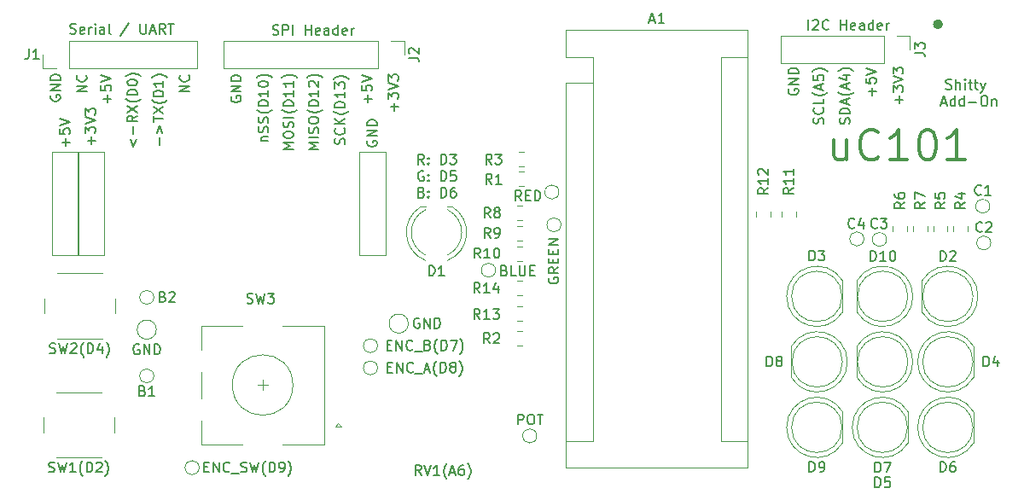
<source format=gto>
G04 #@! TF.GenerationSoftware,KiCad,Pcbnew,(5.1.0)-1*
G04 #@! TF.CreationDate,2019-04-19T09:53:14+10:00*
G04 #@! TF.ProjectId,arduinoNanoDev,61726475-696e-46f4-9e61-6e6f4465762e,rev?*
G04 #@! TF.SameCoordinates,Original*
G04 #@! TF.FileFunction,Legend,Top*
G04 #@! TF.FilePolarity,Positive*
%FSLAX46Y46*%
G04 Gerber Fmt 4.6, Leading zero omitted, Abs format (unit mm)*
G04 Created by KiCad (PCBNEW (5.1.0)-1) date 2019-04-19 09:53:14*
%MOMM*%
%LPD*%
G04 APERTURE LIST*
%ADD10C,0.150000*%
%ADD11C,0.200000*%
%ADD12C,0.300000*%
%ADD13C,0.120000*%
%ADD14C,0.500000*%
G04 APERTURE END LIST*
D10*
X201571428Y-65061904D02*
X201571428Y-64300000D01*
X201952380Y-64680952D02*
X201190476Y-64680952D01*
X200952380Y-63919047D02*
X200952380Y-63300000D01*
X201333333Y-63633333D01*
X201333333Y-63490476D01*
X201380952Y-63395238D01*
X201428571Y-63347619D01*
X201523809Y-63300000D01*
X201761904Y-63300000D01*
X201857142Y-63347619D01*
X201904761Y-63395238D01*
X201952380Y-63490476D01*
X201952380Y-63776190D01*
X201904761Y-63871428D01*
X201857142Y-63919047D01*
X200952380Y-63014285D02*
X201952380Y-62680952D01*
X200952380Y-62347619D01*
X200952380Y-62109523D02*
X200952380Y-61490476D01*
X201333333Y-61823809D01*
X201333333Y-61680952D01*
X201380952Y-61585714D01*
X201428571Y-61538095D01*
X201523809Y-61490476D01*
X201761904Y-61490476D01*
X201857142Y-61538095D01*
X201904761Y-61585714D01*
X201952380Y-61680952D01*
X201952380Y-61966666D01*
X201904761Y-62061904D01*
X201857142Y-62109523D01*
X181252380Y-63185714D02*
X180252380Y-63185714D01*
X181252380Y-62614285D01*
X180252380Y-62614285D01*
X181157142Y-61566666D02*
X181204761Y-61614285D01*
X181252380Y-61757142D01*
X181252380Y-61852380D01*
X181204761Y-61995238D01*
X181109523Y-62090476D01*
X181014285Y-62138095D01*
X180823809Y-62185714D01*
X180680952Y-62185714D01*
X180490476Y-62138095D01*
X180395238Y-62090476D01*
X180300000Y-61995238D01*
X180252380Y-61852380D01*
X180252380Y-61757142D01*
X180300000Y-61614285D01*
X180347619Y-61566666D01*
X171052380Y-63185714D02*
X170052380Y-63185714D01*
X171052380Y-62614285D01*
X170052380Y-62614285D01*
X170957142Y-61566666D02*
X171004761Y-61614285D01*
X171052380Y-61757142D01*
X171052380Y-61852380D01*
X171004761Y-61995238D01*
X170909523Y-62090476D01*
X170814285Y-62138095D01*
X170623809Y-62185714D01*
X170480952Y-62185714D01*
X170290476Y-62138095D01*
X170195238Y-62090476D01*
X170100000Y-61995238D01*
X170052380Y-61852380D01*
X170052380Y-61757142D01*
X170100000Y-61614285D01*
X170147619Y-61566666D01*
X251671428Y-64361904D02*
X251671428Y-63600000D01*
X252052380Y-63980952D02*
X251290476Y-63980952D01*
X251052380Y-63219047D02*
X251052380Y-62600000D01*
X251433333Y-62933333D01*
X251433333Y-62790476D01*
X251480952Y-62695238D01*
X251528571Y-62647619D01*
X251623809Y-62600000D01*
X251861904Y-62600000D01*
X251957142Y-62647619D01*
X252004761Y-62695238D01*
X252052380Y-62790476D01*
X252052380Y-63076190D01*
X252004761Y-63171428D01*
X251957142Y-63219047D01*
X251052380Y-62314285D02*
X252052380Y-61980952D01*
X251052380Y-61647619D01*
X251052380Y-61409523D02*
X251052380Y-60790476D01*
X251433333Y-61123809D01*
X251433333Y-60980952D01*
X251480952Y-60885714D01*
X251528571Y-60838095D01*
X251623809Y-60790476D01*
X251861904Y-60790476D01*
X251957142Y-60838095D01*
X252004761Y-60885714D01*
X252052380Y-60980952D01*
X252052380Y-61266666D01*
X252004761Y-61361904D01*
X251957142Y-61409523D01*
X204514285Y-70402380D02*
X204180952Y-69926190D01*
X203942857Y-70402380D02*
X203942857Y-69402380D01*
X204323809Y-69402380D01*
X204419047Y-69450000D01*
X204466666Y-69497619D01*
X204514285Y-69592857D01*
X204514285Y-69735714D01*
X204466666Y-69830952D01*
X204419047Y-69878571D01*
X204323809Y-69926190D01*
X203942857Y-69926190D01*
X204942857Y-70307142D02*
X204990476Y-70354761D01*
X204942857Y-70402380D01*
X204895238Y-70354761D01*
X204942857Y-70307142D01*
X204942857Y-70402380D01*
X204942857Y-69783333D02*
X204990476Y-69830952D01*
X204942857Y-69878571D01*
X204895238Y-69830952D01*
X204942857Y-69783333D01*
X204942857Y-69878571D01*
X206180952Y-70402380D02*
X206180952Y-69402380D01*
X206419047Y-69402380D01*
X206561904Y-69450000D01*
X206657142Y-69545238D01*
X206704761Y-69640476D01*
X206752380Y-69830952D01*
X206752380Y-69973809D01*
X206704761Y-70164285D01*
X206657142Y-70259523D01*
X206561904Y-70354761D01*
X206419047Y-70402380D01*
X206180952Y-70402380D01*
X207085714Y-69402380D02*
X207704761Y-69402380D01*
X207371428Y-69783333D01*
X207514285Y-69783333D01*
X207609523Y-69830952D01*
X207657142Y-69878571D01*
X207704761Y-69973809D01*
X207704761Y-70211904D01*
X207657142Y-70307142D01*
X207609523Y-70354761D01*
X207514285Y-70402380D01*
X207228571Y-70402380D01*
X207133333Y-70354761D01*
X207085714Y-70307142D01*
X204466666Y-71100000D02*
X204371428Y-71052380D01*
X204228571Y-71052380D01*
X204085714Y-71100000D01*
X203990476Y-71195238D01*
X203942857Y-71290476D01*
X203895238Y-71480952D01*
X203895238Y-71623809D01*
X203942857Y-71814285D01*
X203990476Y-71909523D01*
X204085714Y-72004761D01*
X204228571Y-72052380D01*
X204323809Y-72052380D01*
X204466666Y-72004761D01*
X204514285Y-71957142D01*
X204514285Y-71623809D01*
X204323809Y-71623809D01*
X204942857Y-71957142D02*
X204990476Y-72004761D01*
X204942857Y-72052380D01*
X204895238Y-72004761D01*
X204942857Y-71957142D01*
X204942857Y-72052380D01*
X204942857Y-71433333D02*
X204990476Y-71480952D01*
X204942857Y-71528571D01*
X204895238Y-71480952D01*
X204942857Y-71433333D01*
X204942857Y-71528571D01*
X206180952Y-72052380D02*
X206180952Y-71052380D01*
X206419047Y-71052380D01*
X206561904Y-71100000D01*
X206657142Y-71195238D01*
X206704761Y-71290476D01*
X206752380Y-71480952D01*
X206752380Y-71623809D01*
X206704761Y-71814285D01*
X206657142Y-71909523D01*
X206561904Y-72004761D01*
X206419047Y-72052380D01*
X206180952Y-72052380D01*
X207657142Y-71052380D02*
X207180952Y-71052380D01*
X207133333Y-71528571D01*
X207180952Y-71480952D01*
X207276190Y-71433333D01*
X207514285Y-71433333D01*
X207609523Y-71480952D01*
X207657142Y-71528571D01*
X207704761Y-71623809D01*
X207704761Y-71861904D01*
X207657142Y-71957142D01*
X207609523Y-72004761D01*
X207514285Y-72052380D01*
X207276190Y-72052380D01*
X207180952Y-72004761D01*
X207133333Y-71957142D01*
X204276190Y-73178571D02*
X204419047Y-73226190D01*
X204466666Y-73273809D01*
X204514285Y-73369047D01*
X204514285Y-73511904D01*
X204466666Y-73607142D01*
X204419047Y-73654761D01*
X204323809Y-73702380D01*
X203942857Y-73702380D01*
X203942857Y-72702380D01*
X204276190Y-72702380D01*
X204371428Y-72750000D01*
X204419047Y-72797619D01*
X204466666Y-72892857D01*
X204466666Y-72988095D01*
X204419047Y-73083333D01*
X204371428Y-73130952D01*
X204276190Y-73178571D01*
X203942857Y-73178571D01*
X204942857Y-73607142D02*
X204990476Y-73654761D01*
X204942857Y-73702380D01*
X204895238Y-73654761D01*
X204942857Y-73607142D01*
X204942857Y-73702380D01*
X204942857Y-73083333D02*
X204990476Y-73130952D01*
X204942857Y-73178571D01*
X204895238Y-73130952D01*
X204942857Y-73083333D01*
X204942857Y-73178571D01*
X206180952Y-73702380D02*
X206180952Y-72702380D01*
X206419047Y-72702380D01*
X206561904Y-72750000D01*
X206657142Y-72845238D01*
X206704761Y-72940476D01*
X206752380Y-73130952D01*
X206752380Y-73273809D01*
X206704761Y-73464285D01*
X206657142Y-73559523D01*
X206561904Y-73654761D01*
X206419047Y-73702380D01*
X206180952Y-73702380D01*
X207609523Y-72702380D02*
X207419047Y-72702380D01*
X207323809Y-72750000D01*
X207276190Y-72797619D01*
X207180952Y-72940476D01*
X207133333Y-73130952D01*
X207133333Y-73511904D01*
X207180952Y-73607142D01*
X207228571Y-73654761D01*
X207323809Y-73702380D01*
X207514285Y-73702380D01*
X207609523Y-73654761D01*
X207657142Y-73607142D01*
X207704761Y-73511904D01*
X207704761Y-73273809D01*
X207657142Y-73178571D01*
X207609523Y-73130952D01*
X207514285Y-73083333D01*
X207323809Y-73083333D01*
X207228571Y-73130952D01*
X207180952Y-73178571D01*
X207133333Y-73273809D01*
D11*
X171521428Y-68436904D02*
X171521428Y-67675000D01*
X171902380Y-68055952D02*
X171140476Y-68055952D01*
X170902380Y-67294047D02*
X170902380Y-66675000D01*
X171283333Y-67008333D01*
X171283333Y-66865476D01*
X171330952Y-66770238D01*
X171378571Y-66722619D01*
X171473809Y-66675000D01*
X171711904Y-66675000D01*
X171807142Y-66722619D01*
X171854761Y-66770238D01*
X171902380Y-66865476D01*
X171902380Y-67151190D01*
X171854761Y-67246428D01*
X171807142Y-67294047D01*
X170902380Y-66389285D02*
X171902380Y-66055952D01*
X170902380Y-65722619D01*
X170902380Y-65484523D02*
X170902380Y-64865476D01*
X171283333Y-65198809D01*
X171283333Y-65055952D01*
X171330952Y-64960714D01*
X171378571Y-64913095D01*
X171473809Y-64865476D01*
X171711904Y-64865476D01*
X171807142Y-64913095D01*
X171854761Y-64960714D01*
X171902380Y-65055952D01*
X171902380Y-65341666D01*
X171854761Y-65436904D01*
X171807142Y-65484523D01*
X198890000Y-68071904D02*
X198842380Y-68167142D01*
X198842380Y-68310000D01*
X198890000Y-68452857D01*
X198985238Y-68548095D01*
X199080476Y-68595714D01*
X199270952Y-68643333D01*
X199413809Y-68643333D01*
X199604285Y-68595714D01*
X199699523Y-68548095D01*
X199794761Y-68452857D01*
X199842380Y-68310000D01*
X199842380Y-68214761D01*
X199794761Y-68071904D01*
X199747142Y-68024285D01*
X199413809Y-68024285D01*
X199413809Y-68214761D01*
X199842380Y-67595714D02*
X198842380Y-67595714D01*
X199842380Y-67024285D01*
X198842380Y-67024285D01*
X199842380Y-66548095D02*
X198842380Y-66548095D01*
X198842380Y-66310000D01*
X198890000Y-66167142D01*
X198985238Y-66071904D01*
X199080476Y-66024285D01*
X199270952Y-65976666D01*
X199413809Y-65976666D01*
X199604285Y-66024285D01*
X199699523Y-66071904D01*
X199794761Y-66167142D01*
X199842380Y-66310000D01*
X199842380Y-66548095D01*
X168981428Y-68595714D02*
X168981428Y-67833809D01*
X169362380Y-68214761D02*
X168600476Y-68214761D01*
X168362380Y-66881428D02*
X168362380Y-67357619D01*
X168838571Y-67405238D01*
X168790952Y-67357619D01*
X168743333Y-67262380D01*
X168743333Y-67024285D01*
X168790952Y-66929047D01*
X168838571Y-66881428D01*
X168933809Y-66833809D01*
X169171904Y-66833809D01*
X169267142Y-66881428D01*
X169314761Y-66929047D01*
X169362380Y-67024285D01*
X169362380Y-67262380D01*
X169314761Y-67357619D01*
X169267142Y-67405238D01*
X168362380Y-66548095D02*
X169362380Y-66214761D01*
X168362380Y-65881428D01*
D12*
X246457142Y-67957142D02*
X246457142Y-69957142D01*
X245171428Y-67957142D02*
X245171428Y-69528571D01*
X245314285Y-69814285D01*
X245600000Y-69957142D01*
X246028571Y-69957142D01*
X246314285Y-69814285D01*
X246457142Y-69671428D01*
X249600000Y-69671428D02*
X249457142Y-69814285D01*
X249028571Y-69957142D01*
X248742857Y-69957142D01*
X248314285Y-69814285D01*
X248028571Y-69528571D01*
X247885714Y-69242857D01*
X247742857Y-68671428D01*
X247742857Y-68242857D01*
X247885714Y-67671428D01*
X248028571Y-67385714D01*
X248314285Y-67100000D01*
X248742857Y-66957142D01*
X249028571Y-66957142D01*
X249457142Y-67100000D01*
X249600000Y-67242857D01*
X252457142Y-69957142D02*
X250742857Y-69957142D01*
X251600000Y-69957142D02*
X251600000Y-66957142D01*
X251314285Y-67385714D01*
X251028571Y-67671428D01*
X250742857Y-67814285D01*
X254314285Y-66957142D02*
X254600000Y-66957142D01*
X254885714Y-67100000D01*
X255028571Y-67242857D01*
X255171428Y-67528571D01*
X255314285Y-68100000D01*
X255314285Y-68814285D01*
X255171428Y-69385714D01*
X255028571Y-69671428D01*
X254885714Y-69814285D01*
X254600000Y-69957142D01*
X254314285Y-69957142D01*
X254028571Y-69814285D01*
X253885714Y-69671428D01*
X253742857Y-69385714D01*
X253600000Y-68814285D01*
X253600000Y-68100000D01*
X253742857Y-67528571D01*
X253885714Y-67242857D01*
X254028571Y-67100000D01*
X254314285Y-66957142D01*
X258171428Y-69957142D02*
X256457142Y-69957142D01*
X257314285Y-69957142D02*
X257314285Y-66957142D01*
X257028571Y-67385714D01*
X256742857Y-67671428D01*
X256457142Y-67814285D01*
D10*
X256290476Y-62904761D02*
X256433333Y-62952380D01*
X256671428Y-62952380D01*
X256766666Y-62904761D01*
X256814285Y-62857142D01*
X256861904Y-62761904D01*
X256861904Y-62666666D01*
X256814285Y-62571428D01*
X256766666Y-62523809D01*
X256671428Y-62476190D01*
X256480952Y-62428571D01*
X256385714Y-62380952D01*
X256338095Y-62333333D01*
X256290476Y-62238095D01*
X256290476Y-62142857D01*
X256338095Y-62047619D01*
X256385714Y-62000000D01*
X256480952Y-61952380D01*
X256719047Y-61952380D01*
X256861904Y-62000000D01*
X257290476Y-62952380D02*
X257290476Y-61952380D01*
X257719047Y-62952380D02*
X257719047Y-62428571D01*
X257671428Y-62333333D01*
X257576190Y-62285714D01*
X257433333Y-62285714D01*
X257338095Y-62333333D01*
X257290476Y-62380952D01*
X258195238Y-62952380D02*
X258195238Y-62285714D01*
X258195238Y-61952380D02*
X258147619Y-62000000D01*
X258195238Y-62047619D01*
X258242857Y-62000000D01*
X258195238Y-61952380D01*
X258195238Y-62047619D01*
X258528571Y-62285714D02*
X258909523Y-62285714D01*
X258671428Y-61952380D02*
X258671428Y-62809523D01*
X258719047Y-62904761D01*
X258814285Y-62952380D01*
X258909523Y-62952380D01*
X259100000Y-62285714D02*
X259480952Y-62285714D01*
X259242857Y-61952380D02*
X259242857Y-62809523D01*
X259290476Y-62904761D01*
X259385714Y-62952380D01*
X259480952Y-62952380D01*
X259719047Y-62285714D02*
X259957142Y-62952380D01*
X260195238Y-62285714D02*
X259957142Y-62952380D01*
X259861904Y-63190476D01*
X259814285Y-63238095D01*
X259719047Y-63285714D01*
X255861904Y-64316666D02*
X256338095Y-64316666D01*
X255766666Y-64602380D02*
X256100000Y-63602380D01*
X256433333Y-64602380D01*
X257195238Y-64602380D02*
X257195238Y-63602380D01*
X257195238Y-64554761D02*
X257100000Y-64602380D01*
X256909523Y-64602380D01*
X256814285Y-64554761D01*
X256766666Y-64507142D01*
X256719047Y-64411904D01*
X256719047Y-64126190D01*
X256766666Y-64030952D01*
X256814285Y-63983333D01*
X256909523Y-63935714D01*
X257100000Y-63935714D01*
X257195238Y-63983333D01*
X258100000Y-64602380D02*
X258100000Y-63602380D01*
X258100000Y-64554761D02*
X258004761Y-64602380D01*
X257814285Y-64602380D01*
X257719047Y-64554761D01*
X257671428Y-64507142D01*
X257623809Y-64411904D01*
X257623809Y-64126190D01*
X257671428Y-64030952D01*
X257719047Y-63983333D01*
X257814285Y-63935714D01*
X258004761Y-63935714D01*
X258100000Y-63983333D01*
X258576190Y-64221428D02*
X259338095Y-64221428D01*
X260004761Y-63602380D02*
X260195238Y-63602380D01*
X260290476Y-63650000D01*
X260385714Y-63745238D01*
X260433333Y-63935714D01*
X260433333Y-64269047D01*
X260385714Y-64459523D01*
X260290476Y-64554761D01*
X260195238Y-64602380D01*
X260004761Y-64602380D01*
X259909523Y-64554761D01*
X259814285Y-64459523D01*
X259766666Y-64269047D01*
X259766666Y-63935714D01*
X259814285Y-63745238D01*
X259909523Y-63650000D01*
X260004761Y-63602380D01*
X260861904Y-63935714D02*
X260861904Y-64602380D01*
X260861904Y-64030952D02*
X260909523Y-63983333D01*
X261004761Y-63935714D01*
X261147619Y-63935714D01*
X261242857Y-63983333D01*
X261290476Y-64078571D01*
X261290476Y-64602380D01*
X246704761Y-66385714D02*
X246752380Y-66242857D01*
X246752380Y-66004761D01*
X246704761Y-65909523D01*
X246657142Y-65861904D01*
X246561904Y-65814285D01*
X246466666Y-65814285D01*
X246371428Y-65861904D01*
X246323809Y-65909523D01*
X246276190Y-66004761D01*
X246228571Y-66195238D01*
X246180952Y-66290476D01*
X246133333Y-66338095D01*
X246038095Y-66385714D01*
X245942857Y-66385714D01*
X245847619Y-66338095D01*
X245800000Y-66290476D01*
X245752380Y-66195238D01*
X245752380Y-65957142D01*
X245800000Y-65814285D01*
X246752380Y-65385714D02*
X245752380Y-65385714D01*
X245752380Y-65147619D01*
X245800000Y-65004761D01*
X245895238Y-64909523D01*
X245990476Y-64861904D01*
X246180952Y-64814285D01*
X246323809Y-64814285D01*
X246514285Y-64861904D01*
X246609523Y-64909523D01*
X246704761Y-65004761D01*
X246752380Y-65147619D01*
X246752380Y-65385714D01*
X246466666Y-64433333D02*
X246466666Y-63957142D01*
X246752380Y-64528571D02*
X245752380Y-64195238D01*
X246752380Y-63861904D01*
X247133333Y-63242857D02*
X247085714Y-63290476D01*
X246942857Y-63385714D01*
X246847619Y-63433333D01*
X246704761Y-63480952D01*
X246466666Y-63528571D01*
X246276190Y-63528571D01*
X246038095Y-63480952D01*
X245895238Y-63433333D01*
X245800000Y-63385714D01*
X245657142Y-63290476D01*
X245609523Y-63242857D01*
X246466666Y-62909523D02*
X246466666Y-62433333D01*
X246752380Y-63004761D02*
X245752380Y-62671428D01*
X246752380Y-62338095D01*
X246085714Y-61576190D02*
X246752380Y-61576190D01*
X245704761Y-61814285D02*
X246419047Y-62052380D01*
X246419047Y-61433333D01*
X247133333Y-61147619D02*
X247085714Y-61100000D01*
X246942857Y-61004761D01*
X246847619Y-60957142D01*
X246704761Y-60909523D01*
X246466666Y-60861904D01*
X246276190Y-60861904D01*
X246038095Y-60909523D01*
X245895238Y-60957142D01*
X245800000Y-61004761D01*
X245657142Y-61100000D01*
X245609523Y-61147619D01*
X244104761Y-66361904D02*
X244152380Y-66219047D01*
X244152380Y-65980952D01*
X244104761Y-65885714D01*
X244057142Y-65838095D01*
X243961904Y-65790476D01*
X243866666Y-65790476D01*
X243771428Y-65838095D01*
X243723809Y-65885714D01*
X243676190Y-65980952D01*
X243628571Y-66171428D01*
X243580952Y-66266666D01*
X243533333Y-66314285D01*
X243438095Y-66361904D01*
X243342857Y-66361904D01*
X243247619Y-66314285D01*
X243200000Y-66266666D01*
X243152380Y-66171428D01*
X243152380Y-65933333D01*
X243200000Y-65790476D01*
X244057142Y-64790476D02*
X244104761Y-64838095D01*
X244152380Y-64980952D01*
X244152380Y-65076190D01*
X244104761Y-65219047D01*
X244009523Y-65314285D01*
X243914285Y-65361904D01*
X243723809Y-65409523D01*
X243580952Y-65409523D01*
X243390476Y-65361904D01*
X243295238Y-65314285D01*
X243200000Y-65219047D01*
X243152380Y-65076190D01*
X243152380Y-64980952D01*
X243200000Y-64838095D01*
X243247619Y-64790476D01*
X244152380Y-63885714D02*
X244152380Y-64361904D01*
X243152380Y-64361904D01*
X244533333Y-63266666D02*
X244485714Y-63314285D01*
X244342857Y-63409523D01*
X244247619Y-63457142D01*
X244104761Y-63504761D01*
X243866666Y-63552380D01*
X243676190Y-63552380D01*
X243438095Y-63504761D01*
X243295238Y-63457142D01*
X243200000Y-63409523D01*
X243057142Y-63314285D01*
X243009523Y-63266666D01*
X243866666Y-62933333D02*
X243866666Y-62457142D01*
X244152380Y-63028571D02*
X243152380Y-62695238D01*
X244152380Y-62361904D01*
X243152380Y-61552380D02*
X243152380Y-62028571D01*
X243628571Y-62076190D01*
X243580952Y-62028571D01*
X243533333Y-61933333D01*
X243533333Y-61695238D01*
X243580952Y-61600000D01*
X243628571Y-61552380D01*
X243723809Y-61504761D01*
X243961904Y-61504761D01*
X244057142Y-61552380D01*
X244104761Y-61600000D01*
X244152380Y-61695238D01*
X244152380Y-61933333D01*
X244104761Y-62028571D01*
X244057142Y-62076190D01*
X244533333Y-61171428D02*
X244485714Y-61123809D01*
X244342857Y-61028571D01*
X244247619Y-60980952D01*
X244104761Y-60933333D01*
X243866666Y-60885714D01*
X243676190Y-60885714D01*
X243438095Y-60933333D01*
X243295238Y-60980952D01*
X243200000Y-61028571D01*
X243057142Y-61123809D01*
X243009523Y-61171428D01*
X240700000Y-62936904D02*
X240652380Y-63032142D01*
X240652380Y-63175000D01*
X240700000Y-63317857D01*
X240795238Y-63413095D01*
X240890476Y-63460714D01*
X241080952Y-63508333D01*
X241223809Y-63508333D01*
X241414285Y-63460714D01*
X241509523Y-63413095D01*
X241604761Y-63317857D01*
X241652380Y-63175000D01*
X241652380Y-63079761D01*
X241604761Y-62936904D01*
X241557142Y-62889285D01*
X241223809Y-62889285D01*
X241223809Y-63079761D01*
X241652380Y-62460714D02*
X240652380Y-62460714D01*
X241652380Y-61889285D01*
X240652380Y-61889285D01*
X241652380Y-61413095D02*
X240652380Y-61413095D01*
X240652380Y-61175000D01*
X240700000Y-61032142D01*
X240795238Y-60936904D01*
X240890476Y-60889285D01*
X241080952Y-60841666D01*
X241223809Y-60841666D01*
X241414285Y-60889285D01*
X241509523Y-60936904D01*
X241604761Y-61032142D01*
X241652380Y-61175000D01*
X241652380Y-61413095D01*
X167500000Y-63561904D02*
X167452380Y-63657142D01*
X167452380Y-63800000D01*
X167500000Y-63942857D01*
X167595238Y-64038095D01*
X167690476Y-64085714D01*
X167880952Y-64133333D01*
X168023809Y-64133333D01*
X168214285Y-64085714D01*
X168309523Y-64038095D01*
X168404761Y-63942857D01*
X168452380Y-63800000D01*
X168452380Y-63704761D01*
X168404761Y-63561904D01*
X168357142Y-63514285D01*
X168023809Y-63514285D01*
X168023809Y-63704761D01*
X168452380Y-63085714D02*
X167452380Y-63085714D01*
X168452380Y-62514285D01*
X167452380Y-62514285D01*
X168452380Y-62038095D02*
X167452380Y-62038095D01*
X167452380Y-61800000D01*
X167500000Y-61657142D01*
X167595238Y-61561904D01*
X167690476Y-61514285D01*
X167880952Y-61466666D01*
X168023809Y-61466666D01*
X168214285Y-61514285D01*
X168309523Y-61561904D01*
X168404761Y-61657142D01*
X168452380Y-61800000D01*
X168452380Y-62038095D01*
X185400000Y-63661904D02*
X185352380Y-63757142D01*
X185352380Y-63900000D01*
X185400000Y-64042857D01*
X185495238Y-64138095D01*
X185590476Y-64185714D01*
X185780952Y-64233333D01*
X185923809Y-64233333D01*
X186114285Y-64185714D01*
X186209523Y-64138095D01*
X186304761Y-64042857D01*
X186352380Y-63900000D01*
X186352380Y-63804761D01*
X186304761Y-63661904D01*
X186257142Y-63614285D01*
X185923809Y-63614285D01*
X185923809Y-63804761D01*
X186352380Y-63185714D02*
X185352380Y-63185714D01*
X186352380Y-62614285D01*
X185352380Y-62614285D01*
X186352380Y-62138095D02*
X185352380Y-62138095D01*
X185352380Y-61900000D01*
X185400000Y-61757142D01*
X185495238Y-61661904D01*
X185590476Y-61614285D01*
X185780952Y-61566666D01*
X185923809Y-61566666D01*
X186114285Y-61614285D01*
X186209523Y-61661904D01*
X186304761Y-61757142D01*
X186352380Y-61900000D01*
X186352380Y-62138095D01*
X248971428Y-63560714D02*
X248971428Y-62798809D01*
X249352380Y-63179761D02*
X248590476Y-63179761D01*
X248352380Y-61846428D02*
X248352380Y-62322619D01*
X248828571Y-62370238D01*
X248780952Y-62322619D01*
X248733333Y-62227380D01*
X248733333Y-61989285D01*
X248780952Y-61894047D01*
X248828571Y-61846428D01*
X248923809Y-61798809D01*
X249161904Y-61798809D01*
X249257142Y-61846428D01*
X249304761Y-61894047D01*
X249352380Y-61989285D01*
X249352380Y-62227380D01*
X249304761Y-62322619D01*
X249257142Y-62370238D01*
X248352380Y-61513095D02*
X249352380Y-61179761D01*
X248352380Y-60846428D01*
X198971428Y-64285714D02*
X198971428Y-63523809D01*
X199352380Y-63904761D02*
X198590476Y-63904761D01*
X198352380Y-62571428D02*
X198352380Y-63047619D01*
X198828571Y-63095238D01*
X198780952Y-63047619D01*
X198733333Y-62952380D01*
X198733333Y-62714285D01*
X198780952Y-62619047D01*
X198828571Y-62571428D01*
X198923809Y-62523809D01*
X199161904Y-62523809D01*
X199257142Y-62571428D01*
X199304761Y-62619047D01*
X199352380Y-62714285D01*
X199352380Y-62952380D01*
X199304761Y-63047619D01*
X199257142Y-63095238D01*
X198352380Y-62238095D02*
X199352380Y-61904761D01*
X198352380Y-61571428D01*
X173071428Y-64285714D02*
X173071428Y-63523809D01*
X173452380Y-63904761D02*
X172690476Y-63904761D01*
X172452380Y-62571428D02*
X172452380Y-63047619D01*
X172928571Y-63095238D01*
X172880952Y-63047619D01*
X172833333Y-62952380D01*
X172833333Y-62714285D01*
X172880952Y-62619047D01*
X172928571Y-62571428D01*
X173023809Y-62523809D01*
X173261904Y-62523809D01*
X173357142Y-62571428D01*
X173404761Y-62619047D01*
X173452380Y-62714285D01*
X173452380Y-62952380D01*
X173404761Y-63047619D01*
X173357142Y-63095238D01*
X172452380Y-62238095D02*
X173452380Y-61904761D01*
X172452380Y-61571428D01*
X196604761Y-68404761D02*
X196652380Y-68261904D01*
X196652380Y-68023809D01*
X196604761Y-67928571D01*
X196557142Y-67880952D01*
X196461904Y-67833333D01*
X196366666Y-67833333D01*
X196271428Y-67880952D01*
X196223809Y-67928571D01*
X196176190Y-68023809D01*
X196128571Y-68214285D01*
X196080952Y-68309523D01*
X196033333Y-68357142D01*
X195938095Y-68404761D01*
X195842857Y-68404761D01*
X195747619Y-68357142D01*
X195700000Y-68309523D01*
X195652380Y-68214285D01*
X195652380Y-67976190D01*
X195700000Y-67833333D01*
X196557142Y-66833333D02*
X196604761Y-66880952D01*
X196652380Y-67023809D01*
X196652380Y-67119047D01*
X196604761Y-67261904D01*
X196509523Y-67357142D01*
X196414285Y-67404761D01*
X196223809Y-67452380D01*
X196080952Y-67452380D01*
X195890476Y-67404761D01*
X195795238Y-67357142D01*
X195700000Y-67261904D01*
X195652380Y-67119047D01*
X195652380Y-67023809D01*
X195700000Y-66880952D01*
X195747619Y-66833333D01*
X196652380Y-66404761D02*
X195652380Y-66404761D01*
X196652380Y-65833333D02*
X196080952Y-66261904D01*
X195652380Y-65833333D02*
X196223809Y-66404761D01*
X197033333Y-65119047D02*
X196985714Y-65166666D01*
X196842857Y-65261904D01*
X196747619Y-65309523D01*
X196604761Y-65357142D01*
X196366666Y-65404761D01*
X196176190Y-65404761D01*
X195938095Y-65357142D01*
X195795238Y-65309523D01*
X195700000Y-65261904D01*
X195557142Y-65166666D01*
X195509523Y-65119047D01*
X196652380Y-64738095D02*
X195652380Y-64738095D01*
X195652380Y-64500000D01*
X195700000Y-64357142D01*
X195795238Y-64261904D01*
X195890476Y-64214285D01*
X196080952Y-64166666D01*
X196223809Y-64166666D01*
X196414285Y-64214285D01*
X196509523Y-64261904D01*
X196604761Y-64357142D01*
X196652380Y-64500000D01*
X196652380Y-64738095D01*
X196652380Y-63214285D02*
X196652380Y-63785714D01*
X196652380Y-63500000D02*
X195652380Y-63500000D01*
X195795238Y-63595238D01*
X195890476Y-63690476D01*
X195938095Y-63785714D01*
X195652380Y-62880952D02*
X195652380Y-62261904D01*
X196033333Y-62595238D01*
X196033333Y-62452380D01*
X196080952Y-62357142D01*
X196128571Y-62309523D01*
X196223809Y-62261904D01*
X196461904Y-62261904D01*
X196557142Y-62309523D01*
X196604761Y-62357142D01*
X196652380Y-62452380D01*
X196652380Y-62738095D01*
X196604761Y-62833333D01*
X196557142Y-62880952D01*
X197033333Y-61928571D02*
X196985714Y-61880952D01*
X196842857Y-61785714D01*
X196747619Y-61738095D01*
X196604761Y-61690476D01*
X196366666Y-61642857D01*
X196176190Y-61642857D01*
X195938095Y-61690476D01*
X195795238Y-61738095D01*
X195700000Y-61785714D01*
X195557142Y-61880952D01*
X195509523Y-61928571D01*
X194052380Y-68890476D02*
X193052380Y-68890476D01*
X193766666Y-68557142D01*
X193052380Y-68223809D01*
X194052380Y-68223809D01*
X194052380Y-67747619D02*
X193052380Y-67747619D01*
X194004761Y-67319047D02*
X194052380Y-67176190D01*
X194052380Y-66938095D01*
X194004761Y-66842857D01*
X193957142Y-66795238D01*
X193861904Y-66747619D01*
X193766666Y-66747619D01*
X193671428Y-66795238D01*
X193623809Y-66842857D01*
X193576190Y-66938095D01*
X193528571Y-67128571D01*
X193480952Y-67223809D01*
X193433333Y-67271428D01*
X193338095Y-67319047D01*
X193242857Y-67319047D01*
X193147619Y-67271428D01*
X193100000Y-67223809D01*
X193052380Y-67128571D01*
X193052380Y-66890476D01*
X193100000Y-66747619D01*
X193052380Y-66128571D02*
X193052380Y-65938095D01*
X193100000Y-65842857D01*
X193195238Y-65747619D01*
X193385714Y-65700000D01*
X193719047Y-65700000D01*
X193909523Y-65747619D01*
X194004761Y-65842857D01*
X194052380Y-65938095D01*
X194052380Y-66128571D01*
X194004761Y-66223809D01*
X193909523Y-66319047D01*
X193719047Y-66366666D01*
X193385714Y-66366666D01*
X193195238Y-66319047D01*
X193100000Y-66223809D01*
X193052380Y-66128571D01*
X194433333Y-64985714D02*
X194385714Y-65033333D01*
X194242857Y-65128571D01*
X194147619Y-65176190D01*
X194004761Y-65223809D01*
X193766666Y-65271428D01*
X193576190Y-65271428D01*
X193338095Y-65223809D01*
X193195238Y-65176190D01*
X193100000Y-65128571D01*
X192957142Y-65033333D01*
X192909523Y-64985714D01*
X194052380Y-64604761D02*
X193052380Y-64604761D01*
X193052380Y-64366666D01*
X193100000Y-64223809D01*
X193195238Y-64128571D01*
X193290476Y-64080952D01*
X193480952Y-64033333D01*
X193623809Y-64033333D01*
X193814285Y-64080952D01*
X193909523Y-64128571D01*
X194004761Y-64223809D01*
X194052380Y-64366666D01*
X194052380Y-64604761D01*
X194052380Y-63080952D02*
X194052380Y-63652380D01*
X194052380Y-63366666D02*
X193052380Y-63366666D01*
X193195238Y-63461904D01*
X193290476Y-63557142D01*
X193338095Y-63652380D01*
X193147619Y-62700000D02*
X193100000Y-62652380D01*
X193052380Y-62557142D01*
X193052380Y-62319047D01*
X193100000Y-62223809D01*
X193147619Y-62176190D01*
X193242857Y-62128571D01*
X193338095Y-62128571D01*
X193480952Y-62176190D01*
X194052380Y-62747619D01*
X194052380Y-62128571D01*
X194433333Y-61795238D02*
X194385714Y-61747619D01*
X194242857Y-61652380D01*
X194147619Y-61604761D01*
X194004761Y-61557142D01*
X193766666Y-61509523D01*
X193576190Y-61509523D01*
X193338095Y-61557142D01*
X193195238Y-61604761D01*
X193100000Y-61652380D01*
X192957142Y-61747619D01*
X192909523Y-61795238D01*
X191552380Y-68890476D02*
X190552380Y-68890476D01*
X191266666Y-68557142D01*
X190552380Y-68223809D01*
X191552380Y-68223809D01*
X190552380Y-67557142D02*
X190552380Y-67366666D01*
X190600000Y-67271428D01*
X190695238Y-67176190D01*
X190885714Y-67128571D01*
X191219047Y-67128571D01*
X191409523Y-67176190D01*
X191504761Y-67271428D01*
X191552380Y-67366666D01*
X191552380Y-67557142D01*
X191504761Y-67652380D01*
X191409523Y-67747619D01*
X191219047Y-67795238D01*
X190885714Y-67795238D01*
X190695238Y-67747619D01*
X190600000Y-67652380D01*
X190552380Y-67557142D01*
X191504761Y-66747619D02*
X191552380Y-66604761D01*
X191552380Y-66366666D01*
X191504761Y-66271428D01*
X191457142Y-66223809D01*
X191361904Y-66176190D01*
X191266666Y-66176190D01*
X191171428Y-66223809D01*
X191123809Y-66271428D01*
X191076190Y-66366666D01*
X191028571Y-66557142D01*
X190980952Y-66652380D01*
X190933333Y-66700000D01*
X190838095Y-66747619D01*
X190742857Y-66747619D01*
X190647619Y-66700000D01*
X190600000Y-66652380D01*
X190552380Y-66557142D01*
X190552380Y-66319047D01*
X190600000Y-66176190D01*
X191552380Y-65747619D02*
X190552380Y-65747619D01*
X191933333Y-64985714D02*
X191885714Y-65033333D01*
X191742857Y-65128571D01*
X191647619Y-65176190D01*
X191504761Y-65223809D01*
X191266666Y-65271428D01*
X191076190Y-65271428D01*
X190838095Y-65223809D01*
X190695238Y-65176190D01*
X190600000Y-65128571D01*
X190457142Y-65033333D01*
X190409523Y-64985714D01*
X191552380Y-64604761D02*
X190552380Y-64604761D01*
X190552380Y-64366666D01*
X190600000Y-64223809D01*
X190695238Y-64128571D01*
X190790476Y-64080952D01*
X190980952Y-64033333D01*
X191123809Y-64033333D01*
X191314285Y-64080952D01*
X191409523Y-64128571D01*
X191504761Y-64223809D01*
X191552380Y-64366666D01*
X191552380Y-64604761D01*
X191552380Y-63080952D02*
X191552380Y-63652380D01*
X191552380Y-63366666D02*
X190552380Y-63366666D01*
X190695238Y-63461904D01*
X190790476Y-63557142D01*
X190838095Y-63652380D01*
X191552380Y-62128571D02*
X191552380Y-62700000D01*
X191552380Y-62414285D02*
X190552380Y-62414285D01*
X190695238Y-62509523D01*
X190790476Y-62604761D01*
X190838095Y-62700000D01*
X191933333Y-61795238D02*
X191885714Y-61747619D01*
X191742857Y-61652380D01*
X191647619Y-61604761D01*
X191504761Y-61557142D01*
X191266666Y-61509523D01*
X191076190Y-61509523D01*
X190838095Y-61557142D01*
X190695238Y-61604761D01*
X190600000Y-61652380D01*
X190457142Y-61747619D01*
X190409523Y-61795238D01*
X188385714Y-68085714D02*
X189052380Y-68085714D01*
X188480952Y-68085714D02*
X188433333Y-68038095D01*
X188385714Y-67942857D01*
X188385714Y-67800000D01*
X188433333Y-67704761D01*
X188528571Y-67657142D01*
X189052380Y-67657142D01*
X189004761Y-67228571D02*
X189052380Y-67085714D01*
X189052380Y-66847619D01*
X189004761Y-66752380D01*
X188957142Y-66704761D01*
X188861904Y-66657142D01*
X188766666Y-66657142D01*
X188671428Y-66704761D01*
X188623809Y-66752380D01*
X188576190Y-66847619D01*
X188528571Y-67038095D01*
X188480952Y-67133333D01*
X188433333Y-67180952D01*
X188338095Y-67228571D01*
X188242857Y-67228571D01*
X188147619Y-67180952D01*
X188100000Y-67133333D01*
X188052380Y-67038095D01*
X188052380Y-66800000D01*
X188100000Y-66657142D01*
X189004761Y-66276190D02*
X189052380Y-66133333D01*
X189052380Y-65895238D01*
X189004761Y-65800000D01*
X188957142Y-65752380D01*
X188861904Y-65704761D01*
X188766666Y-65704761D01*
X188671428Y-65752380D01*
X188623809Y-65800000D01*
X188576190Y-65895238D01*
X188528571Y-66085714D01*
X188480952Y-66180952D01*
X188433333Y-66228571D01*
X188338095Y-66276190D01*
X188242857Y-66276190D01*
X188147619Y-66228571D01*
X188100000Y-66180952D01*
X188052380Y-66085714D01*
X188052380Y-65847619D01*
X188100000Y-65704761D01*
X189433333Y-64990476D02*
X189385714Y-65038095D01*
X189242857Y-65133333D01*
X189147619Y-65180952D01*
X189004761Y-65228571D01*
X188766666Y-65276190D01*
X188576190Y-65276190D01*
X188338095Y-65228571D01*
X188195238Y-65180952D01*
X188100000Y-65133333D01*
X187957142Y-65038095D01*
X187909523Y-64990476D01*
X189052380Y-64609523D02*
X188052380Y-64609523D01*
X188052380Y-64371428D01*
X188100000Y-64228571D01*
X188195238Y-64133333D01*
X188290476Y-64085714D01*
X188480952Y-64038095D01*
X188623809Y-64038095D01*
X188814285Y-64085714D01*
X188909523Y-64133333D01*
X189004761Y-64228571D01*
X189052380Y-64371428D01*
X189052380Y-64609523D01*
X189052380Y-63085714D02*
X189052380Y-63657142D01*
X189052380Y-63371428D02*
X188052380Y-63371428D01*
X188195238Y-63466666D01*
X188290476Y-63561904D01*
X188338095Y-63657142D01*
X188052380Y-62466666D02*
X188052380Y-62371428D01*
X188100000Y-62276190D01*
X188147619Y-62228571D01*
X188242857Y-62180952D01*
X188433333Y-62133333D01*
X188671428Y-62133333D01*
X188861904Y-62180952D01*
X188957142Y-62228571D01*
X189004761Y-62276190D01*
X189052380Y-62371428D01*
X189052380Y-62466666D01*
X189004761Y-62561904D01*
X188957142Y-62609523D01*
X188861904Y-62657142D01*
X188671428Y-62704761D01*
X188433333Y-62704761D01*
X188242857Y-62657142D01*
X188147619Y-62609523D01*
X188100000Y-62561904D01*
X188052380Y-62466666D01*
X189433333Y-61800000D02*
X189385714Y-61752380D01*
X189242857Y-61657142D01*
X189147619Y-61609523D01*
X189004761Y-61561904D01*
X188766666Y-61514285D01*
X188576190Y-61514285D01*
X188338095Y-61561904D01*
X188195238Y-61609523D01*
X188100000Y-61657142D01*
X187957142Y-61752380D01*
X187909523Y-61800000D01*
X175385714Y-67857142D02*
X175671428Y-68619047D01*
X175957142Y-67857142D01*
X175671428Y-67380952D02*
X175671428Y-66619047D01*
X176052380Y-65571428D02*
X175576190Y-65904761D01*
X176052380Y-66142857D02*
X175052380Y-66142857D01*
X175052380Y-65761904D01*
X175100000Y-65666666D01*
X175147619Y-65619047D01*
X175242857Y-65571428D01*
X175385714Y-65571428D01*
X175480952Y-65619047D01*
X175528571Y-65666666D01*
X175576190Y-65761904D01*
X175576190Y-66142857D01*
X175052380Y-65238095D02*
X176052380Y-64571428D01*
X175052380Y-64571428D02*
X176052380Y-65238095D01*
X176433333Y-63904761D02*
X176385714Y-63952380D01*
X176242857Y-64047619D01*
X176147619Y-64095238D01*
X176004761Y-64142857D01*
X175766666Y-64190476D01*
X175576190Y-64190476D01*
X175338095Y-64142857D01*
X175195238Y-64095238D01*
X175100000Y-64047619D01*
X174957142Y-63952380D01*
X174909523Y-63904761D01*
X176052380Y-63523809D02*
X175052380Y-63523809D01*
X175052380Y-63285714D01*
X175100000Y-63142857D01*
X175195238Y-63047619D01*
X175290476Y-63000000D01*
X175480952Y-62952380D01*
X175623809Y-62952380D01*
X175814285Y-63000000D01*
X175909523Y-63047619D01*
X176004761Y-63142857D01*
X176052380Y-63285714D01*
X176052380Y-63523809D01*
X175052380Y-62333333D02*
X175052380Y-62238095D01*
X175100000Y-62142857D01*
X175147619Y-62095238D01*
X175242857Y-62047619D01*
X175433333Y-62000000D01*
X175671428Y-62000000D01*
X175861904Y-62047619D01*
X175957142Y-62095238D01*
X176004761Y-62142857D01*
X176052380Y-62238095D01*
X176052380Y-62333333D01*
X176004761Y-62428571D01*
X175957142Y-62476190D01*
X175861904Y-62523809D01*
X175671428Y-62571428D01*
X175433333Y-62571428D01*
X175242857Y-62523809D01*
X175147619Y-62476190D01*
X175100000Y-62428571D01*
X175052380Y-62333333D01*
X176433333Y-61666666D02*
X176385714Y-61619047D01*
X176242857Y-61523809D01*
X176147619Y-61476190D01*
X176004761Y-61428571D01*
X175766666Y-61380952D01*
X175576190Y-61380952D01*
X175338095Y-61428571D01*
X175195238Y-61476190D01*
X175100000Y-61523809D01*
X174957142Y-61619047D01*
X174909523Y-61666666D01*
X178271428Y-68500000D02*
X178271428Y-67738095D01*
X177985714Y-67261904D02*
X178271428Y-66500000D01*
X178557142Y-67261904D01*
X177652380Y-66166666D02*
X177652380Y-65595238D01*
X178652380Y-65880952D02*
X177652380Y-65880952D01*
X177652380Y-65357142D02*
X178652380Y-64690476D01*
X177652380Y-64690476D02*
X178652380Y-65357142D01*
X179033333Y-64023809D02*
X178985714Y-64071428D01*
X178842857Y-64166666D01*
X178747619Y-64214285D01*
X178604761Y-64261904D01*
X178366666Y-64309523D01*
X178176190Y-64309523D01*
X177938095Y-64261904D01*
X177795238Y-64214285D01*
X177700000Y-64166666D01*
X177557142Y-64071428D01*
X177509523Y-64023809D01*
X178652380Y-63642857D02*
X177652380Y-63642857D01*
X177652380Y-63404761D01*
X177700000Y-63261904D01*
X177795238Y-63166666D01*
X177890476Y-63119047D01*
X178080952Y-63071428D01*
X178223809Y-63071428D01*
X178414285Y-63119047D01*
X178509523Y-63166666D01*
X178604761Y-63261904D01*
X178652380Y-63404761D01*
X178652380Y-63642857D01*
X178652380Y-62119047D02*
X178652380Y-62690476D01*
X178652380Y-62404761D02*
X177652380Y-62404761D01*
X177795238Y-62500000D01*
X177890476Y-62595238D01*
X177938095Y-62690476D01*
X179033333Y-61785714D02*
X178985714Y-61738095D01*
X178842857Y-61642857D01*
X178747619Y-61595238D01*
X178604761Y-61547619D01*
X178366666Y-61500000D01*
X178176190Y-61500000D01*
X177938095Y-61547619D01*
X177795238Y-61595238D01*
X177700000Y-61642857D01*
X177557142Y-61738095D01*
X177509523Y-61785714D01*
D13*
X221270000Y-62270000D02*
X221270000Y-59730000D01*
X221270000Y-59730000D02*
X218600000Y-59730000D01*
X218600000Y-62270000D02*
X218600000Y-100500000D01*
X218600000Y-57060000D02*
X218600000Y-59730000D01*
X233970000Y-59730000D02*
X236640000Y-59730000D01*
X233970000Y-59730000D02*
X233970000Y-97830000D01*
X233970000Y-97830000D02*
X236640000Y-97830000D01*
X221270000Y-62270000D02*
X218600000Y-62270000D01*
X221270000Y-62270000D02*
X221270000Y-97830000D01*
X221270000Y-97830000D02*
X218600000Y-97830000D01*
X218600000Y-100500000D02*
X236640000Y-100500000D01*
X236640000Y-100500000D02*
X236640000Y-57060000D01*
X236640000Y-57060000D02*
X218600000Y-57060000D01*
X252730000Y-57670000D02*
X252730000Y-59000000D01*
X251400000Y-57670000D02*
X252730000Y-57670000D01*
X250130000Y-57670000D02*
X250130000Y-60330000D01*
X250130000Y-60330000D02*
X239910000Y-60330000D01*
X250130000Y-57670000D02*
X239910000Y-57670000D01*
X239910000Y-57670000D02*
X239910000Y-60330000D01*
X182200000Y-100500000D02*
G75*
G03X182200000Y-100500000I-700000J0D01*
G01*
X202530000Y-58170000D02*
X202530000Y-59500000D01*
X201200000Y-58170000D02*
X202530000Y-58170000D01*
X199930000Y-58170000D02*
X199930000Y-60830000D01*
X199930000Y-60830000D02*
X184630000Y-60830000D01*
X199930000Y-58170000D02*
X184630000Y-58170000D01*
X184630000Y-58170000D02*
X184630000Y-60830000D01*
X170120000Y-69185000D02*
X172780000Y-69185000D01*
X172750000Y-69185000D02*
X172780000Y-79435000D01*
X170120000Y-69185000D02*
X170120000Y-79435000D01*
X170120000Y-79435000D02*
X172780000Y-79435000D01*
X167580000Y-69185000D02*
X170240000Y-69185000D01*
X170210000Y-69185000D02*
X170240000Y-79435000D01*
X167580000Y-69185000D02*
X167580000Y-79435000D01*
X167580000Y-79435000D02*
X170240000Y-79435000D01*
X198060000Y-69150000D02*
X200720000Y-69150000D01*
X200690000Y-69150000D02*
X200720000Y-79400000D01*
X198060000Y-69150000D02*
X198060000Y-79400000D01*
X198060000Y-79400000D02*
X200720000Y-79400000D01*
X177950000Y-86800000D02*
G75*
G03X177950000Y-86800000I-950000J0D01*
G01*
X202950000Y-86200000D02*
G75*
G03X202950000Y-86200000I-950000J0D01*
G01*
X215700000Y-97350000D02*
G75*
G03X215700000Y-97350000I-700000J0D01*
G01*
X218100000Y-76400000D02*
G75*
G03X218100000Y-76400000I-700000J0D01*
G01*
X211600000Y-80900000D02*
G75*
G03X211600000Y-80900000I-700000J0D01*
G01*
X217900000Y-73150000D02*
G75*
G03X217900000Y-73150000I-700000J0D01*
G01*
X248150000Y-77800000D02*
G75*
G03X248150000Y-77800000I-700000J0D01*
G01*
X250400000Y-77850000D02*
G75*
G03X250400000Y-77850000I-700000J0D01*
G01*
X260750000Y-78200000D02*
G75*
G03X260750000Y-78200000I-700000J0D01*
G01*
X260650000Y-74550000D02*
G75*
G03X260650000Y-74550000I-700000J0D01*
G01*
X177700000Y-83600000D02*
G75*
G03X177700000Y-83600000I-700000J0D01*
G01*
X199900000Y-90600000D02*
G75*
G03X199900000Y-90600000I-700000J0D01*
G01*
X177700000Y-91400000D02*
G75*
G03X177700000Y-91400000I-700000J0D01*
G01*
X199900000Y-88400000D02*
G75*
G03X199900000Y-88400000I-700000J0D01*
G01*
X213738748Y-83410000D02*
X214261252Y-83410000D01*
X213738748Y-81990000D02*
X214261252Y-81990000D01*
X213738748Y-85910000D02*
X214261252Y-85910000D01*
X213738748Y-84490000D02*
X214261252Y-84490000D01*
X238910000Y-75611252D02*
X238910000Y-75088748D01*
X237490000Y-75611252D02*
X237490000Y-75088748D01*
X241410000Y-75611252D02*
X241410000Y-75088748D01*
X239990000Y-75611252D02*
X239990000Y-75088748D01*
X189000000Y-92300000D02*
X188000000Y-92300000D01*
X188500000Y-92800000D02*
X188500000Y-91800000D01*
X182400000Y-88800000D02*
X182400000Y-86400000D01*
X182400000Y-93600000D02*
X182400000Y-91000000D01*
X182400000Y-98200000D02*
X182400000Y-95800000D01*
X195700000Y-96400000D02*
X196000000Y-96100000D01*
X196300000Y-96400000D02*
X195700000Y-96400000D01*
X196000000Y-96100000D02*
X196300000Y-96400000D01*
X194600000Y-98200000D02*
X194600000Y-86400000D01*
X190500000Y-98200000D02*
X194600000Y-98200000D01*
X190500000Y-86400000D02*
X194600000Y-86400000D01*
X182400000Y-86400000D02*
X186500000Y-86400000D01*
X186500000Y-98200000D02*
X182400000Y-98200000D01*
X191500000Y-92300000D02*
G75*
G03X191500000Y-92300000I-3000000J0D01*
G01*
D12*
X255550000Y-56500000D02*
G75*
G03X255550000Y-56500000I-50000J0D01*
G01*
D14*
X255750000Y-56500000D02*
G75*
G03X255750000Y-56500000I-250000J0D01*
G01*
D13*
X204670000Y-74595000D02*
X204205000Y-74595000D01*
X207295000Y-74595000D02*
X206830000Y-74595000D01*
X204669571Y-79409479D02*
G75*
G02X204670000Y-74900316I1080429J2254479D01*
G01*
X206830429Y-79409479D02*
G75*
G03X206830000Y-74900316I-1080429J2254479D01*
G01*
X204669173Y-79942815D02*
G75*
G02X204205170Y-74595000I1080827J2787815D01*
G01*
X206830827Y-79942815D02*
G75*
G03X207294830Y-74595000I-1080827J2787815D01*
G01*
X259470000Y-83500462D02*
G75*
G03X253920000Y-81955170I-2990000J462D01*
G01*
X259470000Y-83499538D02*
G75*
G02X253920000Y-85044830I-2990000J-462D01*
G01*
X258980000Y-83500000D02*
G75*
G03X258980000Y-83500000I-2500000J0D01*
G01*
X253920000Y-81955000D02*
X253920000Y-85045000D01*
X240490000Y-83499538D02*
G75*
G03X246040000Y-85044830I2990000J-462D01*
G01*
X240490000Y-83500462D02*
G75*
G02X246040000Y-81955170I2990000J462D01*
G01*
X245980000Y-83500000D02*
G75*
G03X245980000Y-83500000I-2500000J0D01*
G01*
X246040000Y-85045000D02*
X246040000Y-81955000D01*
X259040000Y-91545000D02*
X259040000Y-88455000D01*
X258980000Y-90000000D02*
G75*
G03X258980000Y-90000000I-2500000J0D01*
G01*
X253490000Y-90000462D02*
G75*
G02X259040000Y-88455170I2990000J462D01*
G01*
X253490000Y-89999538D02*
G75*
G03X259040000Y-91544830I2990000J-462D01*
G01*
X252540000Y-98045000D02*
X252540000Y-94955000D01*
X252480000Y-96500000D02*
G75*
G03X252480000Y-96500000I-2500000J0D01*
G01*
X246990000Y-96500462D02*
G75*
G02X252540000Y-94955170I2990000J462D01*
G01*
X246990000Y-96499538D02*
G75*
G03X252540000Y-98044830I2990000J-462D01*
G01*
X253490000Y-96499538D02*
G75*
G03X259040000Y-98044830I2990000J-462D01*
G01*
X253490000Y-96500462D02*
G75*
G02X259040000Y-94955170I2990000J462D01*
G01*
X258980000Y-96500000D02*
G75*
G03X258980000Y-96500000I-2500000J0D01*
G01*
X259040000Y-98045000D02*
X259040000Y-94955000D01*
X247460000Y-88455000D02*
X247460000Y-91545000D01*
X252520000Y-90000000D02*
G75*
G03X252520000Y-90000000I-2500000J0D01*
G01*
X253010000Y-89999538D02*
G75*
G02X247460000Y-91544830I-2990000J-462D01*
G01*
X253010000Y-90000462D02*
G75*
G03X247460000Y-88455170I-2990000J462D01*
G01*
X246510000Y-90000462D02*
G75*
G03X240960000Y-88455170I-2990000J462D01*
G01*
X246510000Y-89999538D02*
G75*
G02X240960000Y-91544830I-2990000J-462D01*
G01*
X246020000Y-90000000D02*
G75*
G03X246020000Y-90000000I-2500000J0D01*
G01*
X240960000Y-88455000D02*
X240960000Y-91545000D01*
X240490000Y-96499538D02*
G75*
G03X246040000Y-98044830I2990000J-462D01*
G01*
X240490000Y-96500462D02*
G75*
G02X246040000Y-94955170I2990000J462D01*
G01*
X245980000Y-96500000D02*
G75*
G03X245980000Y-96500000I-2500000J0D01*
G01*
X246040000Y-98045000D02*
X246040000Y-94955000D01*
X247460000Y-81955000D02*
X247460000Y-85045000D01*
X252520000Y-83500000D02*
G75*
G03X252520000Y-83500000I-2500000J0D01*
G01*
X253010000Y-83499538D02*
G75*
G02X247460000Y-85044830I-2990000J-462D01*
G01*
X253010000Y-83500462D02*
G75*
G03X247460000Y-81955170I-2990000J462D01*
G01*
X166670000Y-60830000D02*
X166670000Y-59500000D01*
X168000000Y-60830000D02*
X166670000Y-60830000D01*
X169270000Y-60830000D02*
X169270000Y-58170000D01*
X169270000Y-58170000D02*
X182030000Y-58170000D01*
X169270000Y-60830000D02*
X182030000Y-60830000D01*
X182030000Y-60830000D02*
X182030000Y-58170000D01*
X214461252Y-71140000D02*
X213938748Y-71140000D01*
X214461252Y-72560000D02*
X213938748Y-72560000D01*
X214261252Y-88360000D02*
X213738748Y-88360000D01*
X214261252Y-86940000D02*
X213738748Y-86940000D01*
X214461252Y-69190000D02*
X213938748Y-69190000D01*
X214461252Y-70610000D02*
X213938748Y-70610000D01*
X258460000Y-77011252D02*
X258460000Y-76488748D01*
X257040000Y-77011252D02*
X257040000Y-76488748D01*
X255040000Y-77011252D02*
X255040000Y-76488748D01*
X256460000Y-77011252D02*
X256460000Y-76488748D01*
X252460000Y-77011252D02*
X252460000Y-76488748D01*
X251040000Y-77011252D02*
X251040000Y-76488748D01*
X253040000Y-77011252D02*
X253040000Y-76488748D01*
X254460000Y-77011252D02*
X254460000Y-76488748D01*
X214261252Y-75960000D02*
X213738748Y-75960000D01*
X214261252Y-74540000D02*
X213738748Y-74540000D01*
X214261252Y-76540000D02*
X213738748Y-76540000D01*
X214261252Y-77960000D02*
X213738748Y-77960000D01*
X214236252Y-79960000D02*
X213713748Y-79960000D01*
X214236252Y-78540000D02*
X213713748Y-78540000D01*
X166750000Y-95500000D02*
X166750000Y-97000000D01*
X168000000Y-99500000D02*
X172500000Y-99500000D01*
X173750000Y-97000000D02*
X173750000Y-95500000D01*
X172500000Y-93000000D02*
X168000000Y-93000000D01*
X172600000Y-81200000D02*
X168100000Y-81200000D01*
X173850000Y-85200000D02*
X173850000Y-83700000D01*
X168100000Y-87700000D02*
X172600000Y-87700000D01*
X166850000Y-83700000D02*
X166850000Y-85200000D01*
D10*
X226905714Y-56086666D02*
X227381904Y-56086666D01*
X226810476Y-56372380D02*
X227143809Y-55372380D01*
X227477142Y-56372380D01*
X228334285Y-56372380D02*
X227762857Y-56372380D01*
X228048571Y-56372380D02*
X228048571Y-55372380D01*
X227953333Y-55515238D01*
X227858095Y-55610476D01*
X227762857Y-55658095D01*
X253182380Y-59333333D02*
X253896666Y-59333333D01*
X254039523Y-59380952D01*
X254134761Y-59476190D01*
X254182380Y-59619047D01*
X254182380Y-59714285D01*
X253182380Y-58952380D02*
X253182380Y-58333333D01*
X253563333Y-58666666D01*
X253563333Y-58523809D01*
X253610952Y-58428571D01*
X253658571Y-58380952D01*
X253753809Y-58333333D01*
X253991904Y-58333333D01*
X254087142Y-58380952D01*
X254134761Y-58428571D01*
X254182380Y-58523809D01*
X254182380Y-58809523D01*
X254134761Y-58904761D01*
X254087142Y-58952380D01*
X242647619Y-57052380D02*
X242647619Y-56052380D01*
X243076190Y-56147619D02*
X243123809Y-56100000D01*
X243219047Y-56052380D01*
X243457142Y-56052380D01*
X243552380Y-56100000D01*
X243600000Y-56147619D01*
X243647619Y-56242857D01*
X243647619Y-56338095D01*
X243600000Y-56480952D01*
X243028571Y-57052380D01*
X243647619Y-57052380D01*
X244647619Y-56957142D02*
X244600000Y-57004761D01*
X244457142Y-57052380D01*
X244361904Y-57052380D01*
X244219047Y-57004761D01*
X244123809Y-56909523D01*
X244076190Y-56814285D01*
X244028571Y-56623809D01*
X244028571Y-56480952D01*
X244076190Y-56290476D01*
X244123809Y-56195238D01*
X244219047Y-56100000D01*
X244361904Y-56052380D01*
X244457142Y-56052380D01*
X244600000Y-56100000D01*
X244647619Y-56147619D01*
X245838095Y-57052380D02*
X245838095Y-56052380D01*
X245838095Y-56528571D02*
X246409523Y-56528571D01*
X246409523Y-57052380D02*
X246409523Y-56052380D01*
X247266666Y-57004761D02*
X247171428Y-57052380D01*
X246980952Y-57052380D01*
X246885714Y-57004761D01*
X246838095Y-56909523D01*
X246838095Y-56528571D01*
X246885714Y-56433333D01*
X246980952Y-56385714D01*
X247171428Y-56385714D01*
X247266666Y-56433333D01*
X247314285Y-56528571D01*
X247314285Y-56623809D01*
X246838095Y-56719047D01*
X248171428Y-57052380D02*
X248171428Y-56528571D01*
X248123809Y-56433333D01*
X248028571Y-56385714D01*
X247838095Y-56385714D01*
X247742857Y-56433333D01*
X248171428Y-57004761D02*
X248076190Y-57052380D01*
X247838095Y-57052380D01*
X247742857Y-57004761D01*
X247695238Y-56909523D01*
X247695238Y-56814285D01*
X247742857Y-56719047D01*
X247838095Y-56671428D01*
X248076190Y-56671428D01*
X248171428Y-56623809D01*
X249076190Y-57052380D02*
X249076190Y-56052380D01*
X249076190Y-57004761D02*
X248980952Y-57052380D01*
X248790476Y-57052380D01*
X248695238Y-57004761D01*
X248647619Y-56957142D01*
X248600000Y-56861904D01*
X248600000Y-56576190D01*
X248647619Y-56480952D01*
X248695238Y-56433333D01*
X248790476Y-56385714D01*
X248980952Y-56385714D01*
X249076190Y-56433333D01*
X249933333Y-57004761D02*
X249838095Y-57052380D01*
X249647619Y-57052380D01*
X249552380Y-57004761D01*
X249504761Y-56909523D01*
X249504761Y-56528571D01*
X249552380Y-56433333D01*
X249647619Y-56385714D01*
X249838095Y-56385714D01*
X249933333Y-56433333D01*
X249980952Y-56528571D01*
X249980952Y-56623809D01*
X249504761Y-56719047D01*
X250409523Y-57052380D02*
X250409523Y-56385714D01*
X250409523Y-56576190D02*
X250457142Y-56480952D01*
X250504761Y-56433333D01*
X250600000Y-56385714D01*
X250695238Y-56385714D01*
X182690476Y-100428571D02*
X183023809Y-100428571D01*
X183166666Y-100952380D02*
X182690476Y-100952380D01*
X182690476Y-99952380D01*
X183166666Y-99952380D01*
X183595238Y-100952380D02*
X183595238Y-99952380D01*
X184166666Y-100952380D01*
X184166666Y-99952380D01*
X185214285Y-100857142D02*
X185166666Y-100904761D01*
X185023809Y-100952380D01*
X184928571Y-100952380D01*
X184785714Y-100904761D01*
X184690476Y-100809523D01*
X184642857Y-100714285D01*
X184595238Y-100523809D01*
X184595238Y-100380952D01*
X184642857Y-100190476D01*
X184690476Y-100095238D01*
X184785714Y-100000000D01*
X184928571Y-99952380D01*
X185023809Y-99952380D01*
X185166666Y-100000000D01*
X185214285Y-100047619D01*
X185404761Y-101047619D02*
X186166666Y-101047619D01*
X186357142Y-100904761D02*
X186500000Y-100952380D01*
X186738095Y-100952380D01*
X186833333Y-100904761D01*
X186880952Y-100857142D01*
X186928571Y-100761904D01*
X186928571Y-100666666D01*
X186880952Y-100571428D01*
X186833333Y-100523809D01*
X186738095Y-100476190D01*
X186547619Y-100428571D01*
X186452380Y-100380952D01*
X186404761Y-100333333D01*
X186357142Y-100238095D01*
X186357142Y-100142857D01*
X186404761Y-100047619D01*
X186452380Y-100000000D01*
X186547619Y-99952380D01*
X186785714Y-99952380D01*
X186928571Y-100000000D01*
X187261904Y-99952380D02*
X187500000Y-100952380D01*
X187690476Y-100238095D01*
X187880952Y-100952380D01*
X188119047Y-99952380D01*
X188785714Y-101333333D02*
X188738095Y-101285714D01*
X188642857Y-101142857D01*
X188595238Y-101047619D01*
X188547619Y-100904761D01*
X188500000Y-100666666D01*
X188500000Y-100476190D01*
X188547619Y-100238095D01*
X188595238Y-100095238D01*
X188642857Y-100000000D01*
X188738095Y-99857142D01*
X188785714Y-99809523D01*
X189166666Y-100952380D02*
X189166666Y-99952380D01*
X189404761Y-99952380D01*
X189547619Y-100000000D01*
X189642857Y-100095238D01*
X189690476Y-100190476D01*
X189738095Y-100380952D01*
X189738095Y-100523809D01*
X189690476Y-100714285D01*
X189642857Y-100809523D01*
X189547619Y-100904761D01*
X189404761Y-100952380D01*
X189166666Y-100952380D01*
X190214285Y-100952380D02*
X190404761Y-100952380D01*
X190500000Y-100904761D01*
X190547619Y-100857142D01*
X190642857Y-100714285D01*
X190690476Y-100523809D01*
X190690476Y-100142857D01*
X190642857Y-100047619D01*
X190595238Y-100000000D01*
X190500000Y-99952380D01*
X190309523Y-99952380D01*
X190214285Y-100000000D01*
X190166666Y-100047619D01*
X190119047Y-100142857D01*
X190119047Y-100380952D01*
X190166666Y-100476190D01*
X190214285Y-100523809D01*
X190309523Y-100571428D01*
X190500000Y-100571428D01*
X190595238Y-100523809D01*
X190642857Y-100476190D01*
X190690476Y-100380952D01*
X191023809Y-101333333D02*
X191071428Y-101285714D01*
X191166666Y-101142857D01*
X191214285Y-101047619D01*
X191261904Y-100904761D01*
X191309523Y-100666666D01*
X191309523Y-100476190D01*
X191261904Y-100238095D01*
X191214285Y-100095238D01*
X191166666Y-100000000D01*
X191071428Y-99857142D01*
X191023809Y-99809523D01*
X202982380Y-59833333D02*
X203696666Y-59833333D01*
X203839523Y-59880952D01*
X203934761Y-59976190D01*
X203982380Y-60119047D01*
X203982380Y-60214285D01*
X203077619Y-59404761D02*
X203030000Y-59357142D01*
X202982380Y-59261904D01*
X202982380Y-59023809D01*
X203030000Y-58928571D01*
X203077619Y-58880952D01*
X203172857Y-58833333D01*
X203268095Y-58833333D01*
X203410952Y-58880952D01*
X203982380Y-59452380D01*
X203982380Y-58833333D01*
X189500000Y-57504761D02*
X189642857Y-57552380D01*
X189880952Y-57552380D01*
X189976190Y-57504761D01*
X190023809Y-57457142D01*
X190071428Y-57361904D01*
X190071428Y-57266666D01*
X190023809Y-57171428D01*
X189976190Y-57123809D01*
X189880952Y-57076190D01*
X189690476Y-57028571D01*
X189595238Y-56980952D01*
X189547619Y-56933333D01*
X189500000Y-56838095D01*
X189500000Y-56742857D01*
X189547619Y-56647619D01*
X189595238Y-56600000D01*
X189690476Y-56552380D01*
X189928571Y-56552380D01*
X190071428Y-56600000D01*
X190500000Y-57552380D02*
X190500000Y-56552380D01*
X190880952Y-56552380D01*
X190976190Y-56600000D01*
X191023809Y-56647619D01*
X191071428Y-56742857D01*
X191071428Y-56885714D01*
X191023809Y-56980952D01*
X190976190Y-57028571D01*
X190880952Y-57076190D01*
X190500000Y-57076190D01*
X191500000Y-57552380D02*
X191500000Y-56552380D01*
X192738095Y-57552380D02*
X192738095Y-56552380D01*
X192738095Y-57028571D02*
X193309523Y-57028571D01*
X193309523Y-57552380D02*
X193309523Y-56552380D01*
X194166666Y-57504761D02*
X194071428Y-57552380D01*
X193880952Y-57552380D01*
X193785714Y-57504761D01*
X193738095Y-57409523D01*
X193738095Y-57028571D01*
X193785714Y-56933333D01*
X193880952Y-56885714D01*
X194071428Y-56885714D01*
X194166666Y-56933333D01*
X194214285Y-57028571D01*
X194214285Y-57123809D01*
X193738095Y-57219047D01*
X195071428Y-57552380D02*
X195071428Y-57028571D01*
X195023809Y-56933333D01*
X194928571Y-56885714D01*
X194738095Y-56885714D01*
X194642857Y-56933333D01*
X195071428Y-57504761D02*
X194976190Y-57552380D01*
X194738095Y-57552380D01*
X194642857Y-57504761D01*
X194595238Y-57409523D01*
X194595238Y-57314285D01*
X194642857Y-57219047D01*
X194738095Y-57171428D01*
X194976190Y-57171428D01*
X195071428Y-57123809D01*
X195976190Y-57552380D02*
X195976190Y-56552380D01*
X195976190Y-57504761D02*
X195880952Y-57552380D01*
X195690476Y-57552380D01*
X195595238Y-57504761D01*
X195547619Y-57457142D01*
X195500000Y-57361904D01*
X195500000Y-57076190D01*
X195547619Y-56980952D01*
X195595238Y-56933333D01*
X195690476Y-56885714D01*
X195880952Y-56885714D01*
X195976190Y-56933333D01*
X196833333Y-57504761D02*
X196738095Y-57552380D01*
X196547619Y-57552380D01*
X196452380Y-57504761D01*
X196404761Y-57409523D01*
X196404761Y-57028571D01*
X196452380Y-56933333D01*
X196547619Y-56885714D01*
X196738095Y-56885714D01*
X196833333Y-56933333D01*
X196880952Y-57028571D01*
X196880952Y-57123809D01*
X196404761Y-57219047D01*
X197309523Y-57552380D02*
X197309523Y-56885714D01*
X197309523Y-57076190D02*
X197357142Y-56980952D01*
X197404761Y-56933333D01*
X197500000Y-56885714D01*
X197595238Y-56885714D01*
X176238095Y-88300000D02*
X176142857Y-88252380D01*
X176000000Y-88252380D01*
X175857142Y-88300000D01*
X175761904Y-88395238D01*
X175714285Y-88490476D01*
X175666666Y-88680952D01*
X175666666Y-88823809D01*
X175714285Y-89014285D01*
X175761904Y-89109523D01*
X175857142Y-89204761D01*
X176000000Y-89252380D01*
X176095238Y-89252380D01*
X176238095Y-89204761D01*
X176285714Y-89157142D01*
X176285714Y-88823809D01*
X176095238Y-88823809D01*
X176714285Y-89252380D02*
X176714285Y-88252380D01*
X177285714Y-89252380D01*
X177285714Y-88252380D01*
X177761904Y-89252380D02*
X177761904Y-88252380D01*
X178000000Y-88252380D01*
X178142857Y-88300000D01*
X178238095Y-88395238D01*
X178285714Y-88490476D01*
X178333333Y-88680952D01*
X178333333Y-88823809D01*
X178285714Y-89014285D01*
X178238095Y-89109523D01*
X178142857Y-89204761D01*
X178000000Y-89252380D01*
X177761904Y-89252380D01*
X204038095Y-85700000D02*
X203942857Y-85652380D01*
X203800000Y-85652380D01*
X203657142Y-85700000D01*
X203561904Y-85795238D01*
X203514285Y-85890476D01*
X203466666Y-86080952D01*
X203466666Y-86223809D01*
X203514285Y-86414285D01*
X203561904Y-86509523D01*
X203657142Y-86604761D01*
X203800000Y-86652380D01*
X203895238Y-86652380D01*
X204038095Y-86604761D01*
X204085714Y-86557142D01*
X204085714Y-86223809D01*
X203895238Y-86223809D01*
X204514285Y-86652380D02*
X204514285Y-85652380D01*
X205085714Y-86652380D01*
X205085714Y-85652380D01*
X205561904Y-86652380D02*
X205561904Y-85652380D01*
X205800000Y-85652380D01*
X205942857Y-85700000D01*
X206038095Y-85795238D01*
X206085714Y-85890476D01*
X206133333Y-86080952D01*
X206133333Y-86223809D01*
X206085714Y-86414285D01*
X206038095Y-86509523D01*
X205942857Y-86604761D01*
X205800000Y-86652380D01*
X205561904Y-86652380D01*
X213833333Y-96202380D02*
X213833333Y-95202380D01*
X214214285Y-95202380D01*
X214309523Y-95250000D01*
X214357142Y-95297619D01*
X214404761Y-95392857D01*
X214404761Y-95535714D01*
X214357142Y-95630952D01*
X214309523Y-95678571D01*
X214214285Y-95726190D01*
X213833333Y-95726190D01*
X215023809Y-95202380D02*
X215214285Y-95202380D01*
X215309523Y-95250000D01*
X215404761Y-95345238D01*
X215452380Y-95535714D01*
X215452380Y-95869047D01*
X215404761Y-96059523D01*
X215309523Y-96154761D01*
X215214285Y-96202380D01*
X215023809Y-96202380D01*
X214928571Y-96154761D01*
X214833333Y-96059523D01*
X214785714Y-95869047D01*
X214785714Y-95535714D01*
X214833333Y-95345238D01*
X214928571Y-95250000D01*
X215023809Y-95202380D01*
X215738095Y-95202380D02*
X216309523Y-95202380D01*
X216023809Y-96202380D02*
X216023809Y-95202380D01*
X216900000Y-81666666D02*
X216852380Y-81761904D01*
X216852380Y-81904761D01*
X216900000Y-82047619D01*
X216995238Y-82142857D01*
X217090476Y-82190476D01*
X217280952Y-82238095D01*
X217423809Y-82238095D01*
X217614285Y-82190476D01*
X217709523Y-82142857D01*
X217804761Y-82047619D01*
X217852380Y-81904761D01*
X217852380Y-81809523D01*
X217804761Y-81666666D01*
X217757142Y-81619047D01*
X217423809Y-81619047D01*
X217423809Y-81809523D01*
X217852380Y-80619047D02*
X217376190Y-80952380D01*
X217852380Y-81190476D02*
X216852380Y-81190476D01*
X216852380Y-80809523D01*
X216900000Y-80714285D01*
X216947619Y-80666666D01*
X217042857Y-80619047D01*
X217185714Y-80619047D01*
X217280952Y-80666666D01*
X217328571Y-80714285D01*
X217376190Y-80809523D01*
X217376190Y-81190476D01*
X217328571Y-80190476D02*
X217328571Y-79857142D01*
X217852380Y-79714285D02*
X217852380Y-80190476D01*
X216852380Y-80190476D01*
X216852380Y-79714285D01*
X217328571Y-79285714D02*
X217328571Y-78952380D01*
X217852380Y-78809523D02*
X217852380Y-79285714D01*
X216852380Y-79285714D01*
X216852380Y-78809523D01*
X217852380Y-78380952D02*
X216852380Y-78380952D01*
X217852380Y-77809523D01*
X216852380Y-77809523D01*
X212490476Y-80928571D02*
X212633333Y-80976190D01*
X212680952Y-81023809D01*
X212728571Y-81119047D01*
X212728571Y-81261904D01*
X212680952Y-81357142D01*
X212633333Y-81404761D01*
X212538095Y-81452380D01*
X212157142Y-81452380D01*
X212157142Y-80452380D01*
X212490476Y-80452380D01*
X212585714Y-80500000D01*
X212633333Y-80547619D01*
X212680952Y-80642857D01*
X212680952Y-80738095D01*
X212633333Y-80833333D01*
X212585714Y-80880952D01*
X212490476Y-80928571D01*
X212157142Y-80928571D01*
X213633333Y-81452380D02*
X213157142Y-81452380D01*
X213157142Y-80452380D01*
X213966666Y-80452380D02*
X213966666Y-81261904D01*
X214014285Y-81357142D01*
X214061904Y-81404761D01*
X214157142Y-81452380D01*
X214347619Y-81452380D01*
X214442857Y-81404761D01*
X214490476Y-81357142D01*
X214538095Y-81261904D01*
X214538095Y-80452380D01*
X215014285Y-80928571D02*
X215347619Y-80928571D01*
X215490476Y-81452380D02*
X215014285Y-81452380D01*
X215014285Y-80452380D01*
X215490476Y-80452380D01*
X214157142Y-74002380D02*
X213823809Y-73526190D01*
X213585714Y-74002380D02*
X213585714Y-73002380D01*
X213966666Y-73002380D01*
X214061904Y-73050000D01*
X214109523Y-73097619D01*
X214157142Y-73192857D01*
X214157142Y-73335714D01*
X214109523Y-73430952D01*
X214061904Y-73478571D01*
X213966666Y-73526190D01*
X213585714Y-73526190D01*
X214585714Y-73478571D02*
X214919047Y-73478571D01*
X215061904Y-74002380D02*
X214585714Y-74002380D01*
X214585714Y-73002380D01*
X215061904Y-73002380D01*
X215490476Y-74002380D02*
X215490476Y-73002380D01*
X215728571Y-73002380D01*
X215871428Y-73050000D01*
X215966666Y-73145238D01*
X216014285Y-73240476D01*
X216061904Y-73430952D01*
X216061904Y-73573809D01*
X216014285Y-73764285D01*
X215966666Y-73859523D01*
X215871428Y-73954761D01*
X215728571Y-74002380D01*
X215490476Y-74002380D01*
X247233333Y-76657142D02*
X247185714Y-76704761D01*
X247042857Y-76752380D01*
X246947619Y-76752380D01*
X246804761Y-76704761D01*
X246709523Y-76609523D01*
X246661904Y-76514285D01*
X246614285Y-76323809D01*
X246614285Y-76180952D01*
X246661904Y-75990476D01*
X246709523Y-75895238D01*
X246804761Y-75800000D01*
X246947619Y-75752380D01*
X247042857Y-75752380D01*
X247185714Y-75800000D01*
X247233333Y-75847619D01*
X248090476Y-76085714D02*
X248090476Y-76752380D01*
X247852380Y-75704761D02*
X247614285Y-76419047D01*
X248233333Y-76419047D01*
X249483333Y-76657142D02*
X249435714Y-76704761D01*
X249292857Y-76752380D01*
X249197619Y-76752380D01*
X249054761Y-76704761D01*
X248959523Y-76609523D01*
X248911904Y-76514285D01*
X248864285Y-76323809D01*
X248864285Y-76180952D01*
X248911904Y-75990476D01*
X248959523Y-75895238D01*
X249054761Y-75800000D01*
X249197619Y-75752380D01*
X249292857Y-75752380D01*
X249435714Y-75800000D01*
X249483333Y-75847619D01*
X249816666Y-75752380D02*
X250435714Y-75752380D01*
X250102380Y-76133333D01*
X250245238Y-76133333D01*
X250340476Y-76180952D01*
X250388095Y-76228571D01*
X250435714Y-76323809D01*
X250435714Y-76561904D01*
X250388095Y-76657142D01*
X250340476Y-76704761D01*
X250245238Y-76752380D01*
X249959523Y-76752380D01*
X249864285Y-76704761D01*
X249816666Y-76657142D01*
X259883333Y-77007142D02*
X259835714Y-77054761D01*
X259692857Y-77102380D01*
X259597619Y-77102380D01*
X259454761Y-77054761D01*
X259359523Y-76959523D01*
X259311904Y-76864285D01*
X259264285Y-76673809D01*
X259264285Y-76530952D01*
X259311904Y-76340476D01*
X259359523Y-76245238D01*
X259454761Y-76150000D01*
X259597619Y-76102380D01*
X259692857Y-76102380D01*
X259835714Y-76150000D01*
X259883333Y-76197619D01*
X260264285Y-76197619D02*
X260311904Y-76150000D01*
X260407142Y-76102380D01*
X260645238Y-76102380D01*
X260740476Y-76150000D01*
X260788095Y-76197619D01*
X260835714Y-76292857D01*
X260835714Y-76388095D01*
X260788095Y-76530952D01*
X260216666Y-77102380D01*
X260835714Y-77102380D01*
X259783333Y-73357142D02*
X259735714Y-73404761D01*
X259592857Y-73452380D01*
X259497619Y-73452380D01*
X259354761Y-73404761D01*
X259259523Y-73309523D01*
X259211904Y-73214285D01*
X259164285Y-73023809D01*
X259164285Y-72880952D01*
X259211904Y-72690476D01*
X259259523Y-72595238D01*
X259354761Y-72500000D01*
X259497619Y-72452380D01*
X259592857Y-72452380D01*
X259735714Y-72500000D01*
X259783333Y-72547619D01*
X260735714Y-73452380D02*
X260164285Y-73452380D01*
X260450000Y-73452380D02*
X260450000Y-72452380D01*
X260354761Y-72595238D01*
X260259523Y-72690476D01*
X260164285Y-72738095D01*
X178595238Y-83528571D02*
X178738095Y-83576190D01*
X178785714Y-83623809D01*
X178833333Y-83719047D01*
X178833333Y-83861904D01*
X178785714Y-83957142D01*
X178738095Y-84004761D01*
X178642857Y-84052380D01*
X178261904Y-84052380D01*
X178261904Y-83052380D01*
X178595238Y-83052380D01*
X178690476Y-83100000D01*
X178738095Y-83147619D01*
X178785714Y-83242857D01*
X178785714Y-83338095D01*
X178738095Y-83433333D01*
X178690476Y-83480952D01*
X178595238Y-83528571D01*
X178261904Y-83528571D01*
X179214285Y-83147619D02*
X179261904Y-83100000D01*
X179357142Y-83052380D01*
X179595238Y-83052380D01*
X179690476Y-83100000D01*
X179738095Y-83147619D01*
X179785714Y-83242857D01*
X179785714Y-83338095D01*
X179738095Y-83480952D01*
X179166666Y-84052380D01*
X179785714Y-84052380D01*
X200909523Y-90528571D02*
X201242857Y-90528571D01*
X201385714Y-91052380D02*
X200909523Y-91052380D01*
X200909523Y-90052380D01*
X201385714Y-90052380D01*
X201814285Y-91052380D02*
X201814285Y-90052380D01*
X202385714Y-91052380D01*
X202385714Y-90052380D01*
X203433333Y-90957142D02*
X203385714Y-91004761D01*
X203242857Y-91052380D01*
X203147619Y-91052380D01*
X203004761Y-91004761D01*
X202909523Y-90909523D01*
X202861904Y-90814285D01*
X202814285Y-90623809D01*
X202814285Y-90480952D01*
X202861904Y-90290476D01*
X202909523Y-90195238D01*
X203004761Y-90100000D01*
X203147619Y-90052380D01*
X203242857Y-90052380D01*
X203385714Y-90100000D01*
X203433333Y-90147619D01*
X203623809Y-91147619D02*
X204385714Y-91147619D01*
X204576190Y-90766666D02*
X205052380Y-90766666D01*
X204480952Y-91052380D02*
X204814285Y-90052380D01*
X205147619Y-91052380D01*
X205766666Y-91433333D02*
X205719047Y-91385714D01*
X205623809Y-91242857D01*
X205576190Y-91147619D01*
X205528571Y-91004761D01*
X205480952Y-90766666D01*
X205480952Y-90576190D01*
X205528571Y-90338095D01*
X205576190Y-90195238D01*
X205623809Y-90100000D01*
X205719047Y-89957142D01*
X205766666Y-89909523D01*
X206147619Y-91052380D02*
X206147619Y-90052380D01*
X206385714Y-90052380D01*
X206528571Y-90100000D01*
X206623809Y-90195238D01*
X206671428Y-90290476D01*
X206719047Y-90480952D01*
X206719047Y-90623809D01*
X206671428Y-90814285D01*
X206623809Y-90909523D01*
X206528571Y-91004761D01*
X206385714Y-91052380D01*
X206147619Y-91052380D01*
X207290476Y-90480952D02*
X207195238Y-90433333D01*
X207147619Y-90385714D01*
X207100000Y-90290476D01*
X207100000Y-90242857D01*
X207147619Y-90147619D01*
X207195238Y-90100000D01*
X207290476Y-90052380D01*
X207480952Y-90052380D01*
X207576190Y-90100000D01*
X207623809Y-90147619D01*
X207671428Y-90242857D01*
X207671428Y-90290476D01*
X207623809Y-90385714D01*
X207576190Y-90433333D01*
X207480952Y-90480952D01*
X207290476Y-90480952D01*
X207195238Y-90528571D01*
X207147619Y-90576190D01*
X207100000Y-90671428D01*
X207100000Y-90861904D01*
X207147619Y-90957142D01*
X207195238Y-91004761D01*
X207290476Y-91052380D01*
X207480952Y-91052380D01*
X207576190Y-91004761D01*
X207623809Y-90957142D01*
X207671428Y-90861904D01*
X207671428Y-90671428D01*
X207623809Y-90576190D01*
X207576190Y-90528571D01*
X207480952Y-90480952D01*
X208004761Y-91433333D02*
X208052380Y-91385714D01*
X208147619Y-91242857D01*
X208195238Y-91147619D01*
X208242857Y-91004761D01*
X208290476Y-90766666D01*
X208290476Y-90576190D01*
X208242857Y-90338095D01*
X208195238Y-90195238D01*
X208147619Y-90100000D01*
X208052380Y-89957142D01*
X208004761Y-89909523D01*
X176595238Y-92878571D02*
X176738095Y-92926190D01*
X176785714Y-92973809D01*
X176833333Y-93069047D01*
X176833333Y-93211904D01*
X176785714Y-93307142D01*
X176738095Y-93354761D01*
X176642857Y-93402380D01*
X176261904Y-93402380D01*
X176261904Y-92402380D01*
X176595238Y-92402380D01*
X176690476Y-92450000D01*
X176738095Y-92497619D01*
X176785714Y-92592857D01*
X176785714Y-92688095D01*
X176738095Y-92783333D01*
X176690476Y-92830952D01*
X176595238Y-92878571D01*
X176261904Y-92878571D01*
X177785714Y-93402380D02*
X177214285Y-93402380D01*
X177500000Y-93402380D02*
X177500000Y-92402380D01*
X177404761Y-92545238D01*
X177309523Y-92640476D01*
X177214285Y-92688095D01*
X200838095Y-88328571D02*
X201171428Y-88328571D01*
X201314285Y-88852380D02*
X200838095Y-88852380D01*
X200838095Y-87852380D01*
X201314285Y-87852380D01*
X201742857Y-88852380D02*
X201742857Y-87852380D01*
X202314285Y-88852380D01*
X202314285Y-87852380D01*
X203361904Y-88757142D02*
X203314285Y-88804761D01*
X203171428Y-88852380D01*
X203076190Y-88852380D01*
X202933333Y-88804761D01*
X202838095Y-88709523D01*
X202790476Y-88614285D01*
X202742857Y-88423809D01*
X202742857Y-88280952D01*
X202790476Y-88090476D01*
X202838095Y-87995238D01*
X202933333Y-87900000D01*
X203076190Y-87852380D01*
X203171428Y-87852380D01*
X203314285Y-87900000D01*
X203361904Y-87947619D01*
X203552380Y-88947619D02*
X204314285Y-88947619D01*
X204885714Y-88328571D02*
X205028571Y-88376190D01*
X205076190Y-88423809D01*
X205123809Y-88519047D01*
X205123809Y-88661904D01*
X205076190Y-88757142D01*
X205028571Y-88804761D01*
X204933333Y-88852380D01*
X204552380Y-88852380D01*
X204552380Y-87852380D01*
X204885714Y-87852380D01*
X204980952Y-87900000D01*
X205028571Y-87947619D01*
X205076190Y-88042857D01*
X205076190Y-88138095D01*
X205028571Y-88233333D01*
X204980952Y-88280952D01*
X204885714Y-88328571D01*
X204552380Y-88328571D01*
X205838095Y-89233333D02*
X205790476Y-89185714D01*
X205695238Y-89042857D01*
X205647619Y-88947619D01*
X205600000Y-88804761D01*
X205552380Y-88566666D01*
X205552380Y-88376190D01*
X205600000Y-88138095D01*
X205647619Y-87995238D01*
X205695238Y-87900000D01*
X205790476Y-87757142D01*
X205838095Y-87709523D01*
X206219047Y-88852380D02*
X206219047Y-87852380D01*
X206457142Y-87852380D01*
X206600000Y-87900000D01*
X206695238Y-87995238D01*
X206742857Y-88090476D01*
X206790476Y-88280952D01*
X206790476Y-88423809D01*
X206742857Y-88614285D01*
X206695238Y-88709523D01*
X206600000Y-88804761D01*
X206457142Y-88852380D01*
X206219047Y-88852380D01*
X207123809Y-87852380D02*
X207790476Y-87852380D01*
X207361904Y-88852380D01*
X208076190Y-89233333D02*
X208123809Y-89185714D01*
X208219047Y-89042857D01*
X208266666Y-88947619D01*
X208314285Y-88804761D01*
X208361904Y-88566666D01*
X208361904Y-88376190D01*
X208314285Y-88138095D01*
X208266666Y-87995238D01*
X208219047Y-87900000D01*
X208123809Y-87757142D01*
X208076190Y-87709523D01*
X210057142Y-83152380D02*
X209723809Y-82676190D01*
X209485714Y-83152380D02*
X209485714Y-82152380D01*
X209866666Y-82152380D01*
X209961904Y-82200000D01*
X210009523Y-82247619D01*
X210057142Y-82342857D01*
X210057142Y-82485714D01*
X210009523Y-82580952D01*
X209961904Y-82628571D01*
X209866666Y-82676190D01*
X209485714Y-82676190D01*
X211009523Y-83152380D02*
X210438095Y-83152380D01*
X210723809Y-83152380D02*
X210723809Y-82152380D01*
X210628571Y-82295238D01*
X210533333Y-82390476D01*
X210438095Y-82438095D01*
X211866666Y-82485714D02*
X211866666Y-83152380D01*
X211628571Y-82104761D02*
X211390476Y-82819047D01*
X212009523Y-82819047D01*
X210057142Y-85752380D02*
X209723809Y-85276190D01*
X209485714Y-85752380D02*
X209485714Y-84752380D01*
X209866666Y-84752380D01*
X209961904Y-84800000D01*
X210009523Y-84847619D01*
X210057142Y-84942857D01*
X210057142Y-85085714D01*
X210009523Y-85180952D01*
X209961904Y-85228571D01*
X209866666Y-85276190D01*
X209485714Y-85276190D01*
X211009523Y-85752380D02*
X210438095Y-85752380D01*
X210723809Y-85752380D02*
X210723809Y-84752380D01*
X210628571Y-84895238D01*
X210533333Y-84990476D01*
X210438095Y-85038095D01*
X211342857Y-84752380D02*
X211961904Y-84752380D01*
X211628571Y-85133333D01*
X211771428Y-85133333D01*
X211866666Y-85180952D01*
X211914285Y-85228571D01*
X211961904Y-85323809D01*
X211961904Y-85561904D01*
X211914285Y-85657142D01*
X211866666Y-85704761D01*
X211771428Y-85752380D01*
X211485714Y-85752380D01*
X211390476Y-85704761D01*
X211342857Y-85657142D01*
X238652380Y-72742857D02*
X238176190Y-73076190D01*
X238652380Y-73314285D02*
X237652380Y-73314285D01*
X237652380Y-72933333D01*
X237700000Y-72838095D01*
X237747619Y-72790476D01*
X237842857Y-72742857D01*
X237985714Y-72742857D01*
X238080952Y-72790476D01*
X238128571Y-72838095D01*
X238176190Y-72933333D01*
X238176190Y-73314285D01*
X238652380Y-71790476D02*
X238652380Y-72361904D01*
X238652380Y-72076190D02*
X237652380Y-72076190D01*
X237795238Y-72171428D01*
X237890476Y-72266666D01*
X237938095Y-72361904D01*
X237747619Y-71409523D02*
X237700000Y-71361904D01*
X237652380Y-71266666D01*
X237652380Y-71028571D01*
X237700000Y-70933333D01*
X237747619Y-70885714D01*
X237842857Y-70838095D01*
X237938095Y-70838095D01*
X238080952Y-70885714D01*
X238652380Y-71457142D01*
X238652380Y-70838095D01*
X241152380Y-72742857D02*
X240676190Y-73076190D01*
X241152380Y-73314285D02*
X240152380Y-73314285D01*
X240152380Y-72933333D01*
X240200000Y-72838095D01*
X240247619Y-72790476D01*
X240342857Y-72742857D01*
X240485714Y-72742857D01*
X240580952Y-72790476D01*
X240628571Y-72838095D01*
X240676190Y-72933333D01*
X240676190Y-73314285D01*
X241152380Y-71790476D02*
X241152380Y-72361904D01*
X241152380Y-72076190D02*
X240152380Y-72076190D01*
X240295238Y-72171428D01*
X240390476Y-72266666D01*
X240438095Y-72361904D01*
X241152380Y-70838095D02*
X241152380Y-71409523D01*
X241152380Y-71123809D02*
X240152380Y-71123809D01*
X240295238Y-71219047D01*
X240390476Y-71314285D01*
X240438095Y-71409523D01*
X204233333Y-101252380D02*
X203900000Y-100776190D01*
X203661904Y-101252380D02*
X203661904Y-100252380D01*
X204042857Y-100252380D01*
X204138095Y-100300000D01*
X204185714Y-100347619D01*
X204233333Y-100442857D01*
X204233333Y-100585714D01*
X204185714Y-100680952D01*
X204138095Y-100728571D01*
X204042857Y-100776190D01*
X203661904Y-100776190D01*
X204519047Y-100252380D02*
X204852380Y-101252380D01*
X205185714Y-100252380D01*
X206042857Y-101252380D02*
X205471428Y-101252380D01*
X205757142Y-101252380D02*
X205757142Y-100252380D01*
X205661904Y-100395238D01*
X205566666Y-100490476D01*
X205471428Y-100538095D01*
X206757142Y-101633333D02*
X206709523Y-101585714D01*
X206614285Y-101442857D01*
X206566666Y-101347619D01*
X206519047Y-101204761D01*
X206471428Y-100966666D01*
X206471428Y-100776190D01*
X206519047Y-100538095D01*
X206566666Y-100395238D01*
X206614285Y-100300000D01*
X206709523Y-100157142D01*
X206757142Y-100109523D01*
X207090476Y-100966666D02*
X207566666Y-100966666D01*
X206995238Y-101252380D02*
X207328571Y-100252380D01*
X207661904Y-101252380D01*
X208423809Y-100252380D02*
X208233333Y-100252380D01*
X208138095Y-100300000D01*
X208090476Y-100347619D01*
X207995238Y-100490476D01*
X207947619Y-100680952D01*
X207947619Y-101061904D01*
X207995238Y-101157142D01*
X208042857Y-101204761D01*
X208138095Y-101252380D01*
X208328571Y-101252380D01*
X208423809Y-101204761D01*
X208471428Y-101157142D01*
X208519047Y-101061904D01*
X208519047Y-100823809D01*
X208471428Y-100728571D01*
X208423809Y-100680952D01*
X208328571Y-100633333D01*
X208138095Y-100633333D01*
X208042857Y-100680952D01*
X207995238Y-100728571D01*
X207947619Y-100823809D01*
X208852380Y-101633333D02*
X208900000Y-101585714D01*
X208995238Y-101442857D01*
X209042857Y-101347619D01*
X209090476Y-101204761D01*
X209138095Y-100966666D01*
X209138095Y-100776190D01*
X209090476Y-100538095D01*
X209042857Y-100395238D01*
X208995238Y-100300000D01*
X208900000Y-100157142D01*
X208852380Y-100109523D01*
X186966666Y-84154761D02*
X187109523Y-84202380D01*
X187347619Y-84202380D01*
X187442857Y-84154761D01*
X187490476Y-84107142D01*
X187538095Y-84011904D01*
X187538095Y-83916666D01*
X187490476Y-83821428D01*
X187442857Y-83773809D01*
X187347619Y-83726190D01*
X187157142Y-83678571D01*
X187061904Y-83630952D01*
X187014285Y-83583333D01*
X186966666Y-83488095D01*
X186966666Y-83392857D01*
X187014285Y-83297619D01*
X187061904Y-83250000D01*
X187157142Y-83202380D01*
X187395238Y-83202380D01*
X187538095Y-83250000D01*
X187871428Y-83202380D02*
X188109523Y-84202380D01*
X188300000Y-83488095D01*
X188490476Y-84202380D01*
X188728571Y-83202380D01*
X189014285Y-83202380D02*
X189633333Y-83202380D01*
X189300000Y-83583333D01*
X189442857Y-83583333D01*
X189538095Y-83630952D01*
X189585714Y-83678571D01*
X189633333Y-83773809D01*
X189633333Y-84011904D01*
X189585714Y-84107142D01*
X189538095Y-84154761D01*
X189442857Y-84202380D01*
X189157142Y-84202380D01*
X189061904Y-84154761D01*
X189014285Y-84107142D01*
X205011904Y-81452380D02*
X205011904Y-80452380D01*
X205250000Y-80452380D01*
X205392857Y-80500000D01*
X205488095Y-80595238D01*
X205535714Y-80690476D01*
X205583333Y-80880952D01*
X205583333Y-81023809D01*
X205535714Y-81214285D01*
X205488095Y-81309523D01*
X205392857Y-81404761D01*
X205250000Y-81452380D01*
X205011904Y-81452380D01*
X206535714Y-81452380D02*
X205964285Y-81452380D01*
X206250000Y-81452380D02*
X206250000Y-80452380D01*
X206154761Y-80595238D01*
X206059523Y-80690476D01*
X205964285Y-80738095D01*
X255741904Y-79992380D02*
X255741904Y-78992380D01*
X255980000Y-78992380D01*
X256122857Y-79040000D01*
X256218095Y-79135238D01*
X256265714Y-79230476D01*
X256313333Y-79420952D01*
X256313333Y-79563809D01*
X256265714Y-79754285D01*
X256218095Y-79849523D01*
X256122857Y-79944761D01*
X255980000Y-79992380D01*
X255741904Y-79992380D01*
X256694285Y-79087619D02*
X256741904Y-79040000D01*
X256837142Y-78992380D01*
X257075238Y-78992380D01*
X257170476Y-79040000D01*
X257218095Y-79087619D01*
X257265714Y-79182857D01*
X257265714Y-79278095D01*
X257218095Y-79420952D01*
X256646666Y-79992380D01*
X257265714Y-79992380D01*
X242741904Y-79952380D02*
X242741904Y-78952380D01*
X242980000Y-78952380D01*
X243122857Y-79000000D01*
X243218095Y-79095238D01*
X243265714Y-79190476D01*
X243313333Y-79380952D01*
X243313333Y-79523809D01*
X243265714Y-79714285D01*
X243218095Y-79809523D01*
X243122857Y-79904761D01*
X242980000Y-79952380D01*
X242741904Y-79952380D01*
X243646666Y-78952380D02*
X244265714Y-78952380D01*
X243932380Y-79333333D01*
X244075238Y-79333333D01*
X244170476Y-79380952D01*
X244218095Y-79428571D01*
X244265714Y-79523809D01*
X244265714Y-79761904D01*
X244218095Y-79857142D01*
X244170476Y-79904761D01*
X244075238Y-79952380D01*
X243789523Y-79952380D01*
X243694285Y-79904761D01*
X243646666Y-79857142D01*
X260011904Y-90452380D02*
X260011904Y-89452380D01*
X260250000Y-89452380D01*
X260392857Y-89500000D01*
X260488095Y-89595238D01*
X260535714Y-89690476D01*
X260583333Y-89880952D01*
X260583333Y-90023809D01*
X260535714Y-90214285D01*
X260488095Y-90309523D01*
X260392857Y-90404761D01*
X260250000Y-90452380D01*
X260011904Y-90452380D01*
X261440476Y-89785714D02*
X261440476Y-90452380D01*
X261202380Y-89404761D02*
X260964285Y-90119047D01*
X261583333Y-90119047D01*
X249261904Y-102452380D02*
X249261904Y-101452380D01*
X249500000Y-101452380D01*
X249642857Y-101500000D01*
X249738095Y-101595238D01*
X249785714Y-101690476D01*
X249833333Y-101880952D01*
X249833333Y-102023809D01*
X249785714Y-102214285D01*
X249738095Y-102309523D01*
X249642857Y-102404761D01*
X249500000Y-102452380D01*
X249261904Y-102452380D01*
X250738095Y-101452380D02*
X250261904Y-101452380D01*
X250214285Y-101928571D01*
X250261904Y-101880952D01*
X250357142Y-101833333D01*
X250595238Y-101833333D01*
X250690476Y-101880952D01*
X250738095Y-101928571D01*
X250785714Y-102023809D01*
X250785714Y-102261904D01*
X250738095Y-102357142D01*
X250690476Y-102404761D01*
X250595238Y-102452380D01*
X250357142Y-102452380D01*
X250261904Y-102404761D01*
X250214285Y-102357142D01*
X255741904Y-100912380D02*
X255741904Y-99912380D01*
X255980000Y-99912380D01*
X256122857Y-99960000D01*
X256218095Y-100055238D01*
X256265714Y-100150476D01*
X256313333Y-100340952D01*
X256313333Y-100483809D01*
X256265714Y-100674285D01*
X256218095Y-100769523D01*
X256122857Y-100864761D01*
X255980000Y-100912380D01*
X255741904Y-100912380D01*
X257170476Y-99912380D02*
X256980000Y-99912380D01*
X256884761Y-99960000D01*
X256837142Y-100007619D01*
X256741904Y-100150476D01*
X256694285Y-100340952D01*
X256694285Y-100721904D01*
X256741904Y-100817142D01*
X256789523Y-100864761D01*
X256884761Y-100912380D01*
X257075238Y-100912380D01*
X257170476Y-100864761D01*
X257218095Y-100817142D01*
X257265714Y-100721904D01*
X257265714Y-100483809D01*
X257218095Y-100388571D01*
X257170476Y-100340952D01*
X257075238Y-100293333D01*
X256884761Y-100293333D01*
X256789523Y-100340952D01*
X256741904Y-100388571D01*
X256694285Y-100483809D01*
X249261904Y-100952380D02*
X249261904Y-99952380D01*
X249500000Y-99952380D01*
X249642857Y-100000000D01*
X249738095Y-100095238D01*
X249785714Y-100190476D01*
X249833333Y-100380952D01*
X249833333Y-100523809D01*
X249785714Y-100714285D01*
X249738095Y-100809523D01*
X249642857Y-100904761D01*
X249500000Y-100952380D01*
X249261904Y-100952380D01*
X250166666Y-99952380D02*
X250833333Y-99952380D01*
X250404761Y-100952380D01*
X238511904Y-90452380D02*
X238511904Y-89452380D01*
X238750000Y-89452380D01*
X238892857Y-89500000D01*
X238988095Y-89595238D01*
X239035714Y-89690476D01*
X239083333Y-89880952D01*
X239083333Y-90023809D01*
X239035714Y-90214285D01*
X238988095Y-90309523D01*
X238892857Y-90404761D01*
X238750000Y-90452380D01*
X238511904Y-90452380D01*
X239654761Y-89880952D02*
X239559523Y-89833333D01*
X239511904Y-89785714D01*
X239464285Y-89690476D01*
X239464285Y-89642857D01*
X239511904Y-89547619D01*
X239559523Y-89500000D01*
X239654761Y-89452380D01*
X239845238Y-89452380D01*
X239940476Y-89500000D01*
X239988095Y-89547619D01*
X240035714Y-89642857D01*
X240035714Y-89690476D01*
X239988095Y-89785714D01*
X239940476Y-89833333D01*
X239845238Y-89880952D01*
X239654761Y-89880952D01*
X239559523Y-89928571D01*
X239511904Y-89976190D01*
X239464285Y-90071428D01*
X239464285Y-90261904D01*
X239511904Y-90357142D01*
X239559523Y-90404761D01*
X239654761Y-90452380D01*
X239845238Y-90452380D01*
X239940476Y-90404761D01*
X239988095Y-90357142D01*
X240035714Y-90261904D01*
X240035714Y-90071428D01*
X239988095Y-89976190D01*
X239940476Y-89928571D01*
X239845238Y-89880952D01*
X242741904Y-100912380D02*
X242741904Y-99912380D01*
X242980000Y-99912380D01*
X243122857Y-99960000D01*
X243218095Y-100055238D01*
X243265714Y-100150476D01*
X243313333Y-100340952D01*
X243313333Y-100483809D01*
X243265714Y-100674285D01*
X243218095Y-100769523D01*
X243122857Y-100864761D01*
X242980000Y-100912380D01*
X242741904Y-100912380D01*
X243789523Y-100912380D02*
X243980000Y-100912380D01*
X244075238Y-100864761D01*
X244122857Y-100817142D01*
X244218095Y-100674285D01*
X244265714Y-100483809D01*
X244265714Y-100102857D01*
X244218095Y-100007619D01*
X244170476Y-99960000D01*
X244075238Y-99912380D01*
X243884761Y-99912380D01*
X243789523Y-99960000D01*
X243741904Y-100007619D01*
X243694285Y-100102857D01*
X243694285Y-100340952D01*
X243741904Y-100436190D01*
X243789523Y-100483809D01*
X243884761Y-100531428D01*
X244075238Y-100531428D01*
X244170476Y-100483809D01*
X244218095Y-100436190D01*
X244265714Y-100340952D01*
X248805714Y-79992380D02*
X248805714Y-78992380D01*
X249043809Y-78992380D01*
X249186666Y-79040000D01*
X249281904Y-79135238D01*
X249329523Y-79230476D01*
X249377142Y-79420952D01*
X249377142Y-79563809D01*
X249329523Y-79754285D01*
X249281904Y-79849523D01*
X249186666Y-79944761D01*
X249043809Y-79992380D01*
X248805714Y-79992380D01*
X250329523Y-79992380D02*
X249758095Y-79992380D01*
X250043809Y-79992380D02*
X250043809Y-78992380D01*
X249948571Y-79135238D01*
X249853333Y-79230476D01*
X249758095Y-79278095D01*
X250948571Y-78992380D02*
X251043809Y-78992380D01*
X251139047Y-79040000D01*
X251186666Y-79087619D01*
X251234285Y-79182857D01*
X251281904Y-79373333D01*
X251281904Y-79611428D01*
X251234285Y-79801904D01*
X251186666Y-79897142D01*
X251139047Y-79944761D01*
X251043809Y-79992380D01*
X250948571Y-79992380D01*
X250853333Y-79944761D01*
X250805714Y-79897142D01*
X250758095Y-79801904D01*
X250710476Y-79611428D01*
X250710476Y-79373333D01*
X250758095Y-79182857D01*
X250805714Y-79087619D01*
X250853333Y-79040000D01*
X250948571Y-78992380D01*
X165316666Y-58952380D02*
X165316666Y-59666666D01*
X165269047Y-59809523D01*
X165173809Y-59904761D01*
X165030952Y-59952380D01*
X164935714Y-59952380D01*
X166316666Y-59952380D02*
X165745238Y-59952380D01*
X166030952Y-59952380D02*
X166030952Y-58952380D01*
X165935714Y-59095238D01*
X165840476Y-59190476D01*
X165745238Y-59238095D01*
X169404761Y-57404761D02*
X169547619Y-57452380D01*
X169785714Y-57452380D01*
X169880952Y-57404761D01*
X169928571Y-57357142D01*
X169976190Y-57261904D01*
X169976190Y-57166666D01*
X169928571Y-57071428D01*
X169880952Y-57023809D01*
X169785714Y-56976190D01*
X169595238Y-56928571D01*
X169500000Y-56880952D01*
X169452380Y-56833333D01*
X169404761Y-56738095D01*
X169404761Y-56642857D01*
X169452380Y-56547619D01*
X169500000Y-56500000D01*
X169595238Y-56452380D01*
X169833333Y-56452380D01*
X169976190Y-56500000D01*
X170785714Y-57404761D02*
X170690476Y-57452380D01*
X170500000Y-57452380D01*
X170404761Y-57404761D01*
X170357142Y-57309523D01*
X170357142Y-56928571D01*
X170404761Y-56833333D01*
X170500000Y-56785714D01*
X170690476Y-56785714D01*
X170785714Y-56833333D01*
X170833333Y-56928571D01*
X170833333Y-57023809D01*
X170357142Y-57119047D01*
X171261904Y-57452380D02*
X171261904Y-56785714D01*
X171261904Y-56976190D02*
X171309523Y-56880952D01*
X171357142Y-56833333D01*
X171452380Y-56785714D01*
X171547619Y-56785714D01*
X171880952Y-57452380D02*
X171880952Y-56785714D01*
X171880952Y-56452380D02*
X171833333Y-56500000D01*
X171880952Y-56547619D01*
X171928571Y-56500000D01*
X171880952Y-56452380D01*
X171880952Y-56547619D01*
X172785714Y-57452380D02*
X172785714Y-56928571D01*
X172738095Y-56833333D01*
X172642857Y-56785714D01*
X172452380Y-56785714D01*
X172357142Y-56833333D01*
X172785714Y-57404761D02*
X172690476Y-57452380D01*
X172452380Y-57452380D01*
X172357142Y-57404761D01*
X172309523Y-57309523D01*
X172309523Y-57214285D01*
X172357142Y-57119047D01*
X172452380Y-57071428D01*
X172690476Y-57071428D01*
X172785714Y-57023809D01*
X173404761Y-57452380D02*
X173309523Y-57404761D01*
X173261904Y-57309523D01*
X173261904Y-56452380D01*
X175261904Y-56404761D02*
X174404761Y-57690476D01*
X176357142Y-56452380D02*
X176357142Y-57261904D01*
X176404761Y-57357142D01*
X176452380Y-57404761D01*
X176547619Y-57452380D01*
X176738095Y-57452380D01*
X176833333Y-57404761D01*
X176880952Y-57357142D01*
X176928571Y-57261904D01*
X176928571Y-56452380D01*
X177357142Y-57166666D02*
X177833333Y-57166666D01*
X177261904Y-57452380D02*
X177595238Y-56452380D01*
X177928571Y-57452380D01*
X178833333Y-57452380D02*
X178500000Y-56976190D01*
X178261904Y-57452380D02*
X178261904Y-56452380D01*
X178642857Y-56452380D01*
X178738095Y-56500000D01*
X178785714Y-56547619D01*
X178833333Y-56642857D01*
X178833333Y-56785714D01*
X178785714Y-56880952D01*
X178738095Y-56928571D01*
X178642857Y-56976190D01*
X178261904Y-56976190D01*
X179119047Y-56452380D02*
X179690476Y-56452380D01*
X179404761Y-57452380D02*
X179404761Y-56452380D01*
X211233333Y-72352380D02*
X210900000Y-71876190D01*
X210661904Y-72352380D02*
X210661904Y-71352380D01*
X211042857Y-71352380D01*
X211138095Y-71400000D01*
X211185714Y-71447619D01*
X211233333Y-71542857D01*
X211233333Y-71685714D01*
X211185714Y-71780952D01*
X211138095Y-71828571D01*
X211042857Y-71876190D01*
X210661904Y-71876190D01*
X212185714Y-72352380D02*
X211614285Y-72352380D01*
X211900000Y-72352380D02*
X211900000Y-71352380D01*
X211804761Y-71495238D01*
X211709523Y-71590476D01*
X211614285Y-71638095D01*
X211033333Y-88152380D02*
X210700000Y-87676190D01*
X210461904Y-88152380D02*
X210461904Y-87152380D01*
X210842857Y-87152380D01*
X210938095Y-87200000D01*
X210985714Y-87247619D01*
X211033333Y-87342857D01*
X211033333Y-87485714D01*
X210985714Y-87580952D01*
X210938095Y-87628571D01*
X210842857Y-87676190D01*
X210461904Y-87676190D01*
X211414285Y-87247619D02*
X211461904Y-87200000D01*
X211557142Y-87152380D01*
X211795238Y-87152380D01*
X211890476Y-87200000D01*
X211938095Y-87247619D01*
X211985714Y-87342857D01*
X211985714Y-87438095D01*
X211938095Y-87580952D01*
X211366666Y-88152380D01*
X211985714Y-88152380D01*
X211233333Y-70402380D02*
X210900000Y-69926190D01*
X210661904Y-70402380D02*
X210661904Y-69402380D01*
X211042857Y-69402380D01*
X211138095Y-69450000D01*
X211185714Y-69497619D01*
X211233333Y-69592857D01*
X211233333Y-69735714D01*
X211185714Y-69830952D01*
X211138095Y-69878571D01*
X211042857Y-69926190D01*
X210661904Y-69926190D01*
X211566666Y-69402380D02*
X212185714Y-69402380D01*
X211852380Y-69783333D01*
X211995238Y-69783333D01*
X212090476Y-69830952D01*
X212138095Y-69878571D01*
X212185714Y-69973809D01*
X212185714Y-70211904D01*
X212138095Y-70307142D01*
X212090476Y-70354761D01*
X211995238Y-70402380D01*
X211709523Y-70402380D01*
X211614285Y-70354761D01*
X211566666Y-70307142D01*
X258202380Y-74166666D02*
X257726190Y-74500000D01*
X258202380Y-74738095D02*
X257202380Y-74738095D01*
X257202380Y-74357142D01*
X257250000Y-74261904D01*
X257297619Y-74214285D01*
X257392857Y-74166666D01*
X257535714Y-74166666D01*
X257630952Y-74214285D01*
X257678571Y-74261904D01*
X257726190Y-74357142D01*
X257726190Y-74738095D01*
X257535714Y-73309523D02*
X258202380Y-73309523D01*
X257154761Y-73547619D02*
X257869047Y-73785714D01*
X257869047Y-73166666D01*
X256202380Y-74166666D02*
X255726190Y-74500000D01*
X256202380Y-74738095D02*
X255202380Y-74738095D01*
X255202380Y-74357142D01*
X255250000Y-74261904D01*
X255297619Y-74214285D01*
X255392857Y-74166666D01*
X255535714Y-74166666D01*
X255630952Y-74214285D01*
X255678571Y-74261904D01*
X255726190Y-74357142D01*
X255726190Y-74738095D01*
X255202380Y-73261904D02*
X255202380Y-73738095D01*
X255678571Y-73785714D01*
X255630952Y-73738095D01*
X255583333Y-73642857D01*
X255583333Y-73404761D01*
X255630952Y-73309523D01*
X255678571Y-73261904D01*
X255773809Y-73214285D01*
X256011904Y-73214285D01*
X256107142Y-73261904D01*
X256154761Y-73309523D01*
X256202380Y-73404761D01*
X256202380Y-73642857D01*
X256154761Y-73738095D01*
X256107142Y-73785714D01*
X252202380Y-74166666D02*
X251726190Y-74500000D01*
X252202380Y-74738095D02*
X251202380Y-74738095D01*
X251202380Y-74357142D01*
X251250000Y-74261904D01*
X251297619Y-74214285D01*
X251392857Y-74166666D01*
X251535714Y-74166666D01*
X251630952Y-74214285D01*
X251678571Y-74261904D01*
X251726190Y-74357142D01*
X251726190Y-74738095D01*
X251202380Y-73309523D02*
X251202380Y-73500000D01*
X251250000Y-73595238D01*
X251297619Y-73642857D01*
X251440476Y-73738095D01*
X251630952Y-73785714D01*
X252011904Y-73785714D01*
X252107142Y-73738095D01*
X252154761Y-73690476D01*
X252202380Y-73595238D01*
X252202380Y-73404761D01*
X252154761Y-73309523D01*
X252107142Y-73261904D01*
X252011904Y-73214285D01*
X251773809Y-73214285D01*
X251678571Y-73261904D01*
X251630952Y-73309523D01*
X251583333Y-73404761D01*
X251583333Y-73595238D01*
X251630952Y-73690476D01*
X251678571Y-73738095D01*
X251773809Y-73785714D01*
X254202380Y-74166666D02*
X253726190Y-74500000D01*
X254202380Y-74738095D02*
X253202380Y-74738095D01*
X253202380Y-74357142D01*
X253250000Y-74261904D01*
X253297619Y-74214285D01*
X253392857Y-74166666D01*
X253535714Y-74166666D01*
X253630952Y-74214285D01*
X253678571Y-74261904D01*
X253726190Y-74357142D01*
X253726190Y-74738095D01*
X253202380Y-73833333D02*
X253202380Y-73166666D01*
X254202380Y-73595238D01*
X211083333Y-75702380D02*
X210750000Y-75226190D01*
X210511904Y-75702380D02*
X210511904Y-74702380D01*
X210892857Y-74702380D01*
X210988095Y-74750000D01*
X211035714Y-74797619D01*
X211083333Y-74892857D01*
X211083333Y-75035714D01*
X211035714Y-75130952D01*
X210988095Y-75178571D01*
X210892857Y-75226190D01*
X210511904Y-75226190D01*
X211654761Y-75130952D02*
X211559523Y-75083333D01*
X211511904Y-75035714D01*
X211464285Y-74940476D01*
X211464285Y-74892857D01*
X211511904Y-74797619D01*
X211559523Y-74750000D01*
X211654761Y-74702380D01*
X211845238Y-74702380D01*
X211940476Y-74750000D01*
X211988095Y-74797619D01*
X212035714Y-74892857D01*
X212035714Y-74940476D01*
X211988095Y-75035714D01*
X211940476Y-75083333D01*
X211845238Y-75130952D01*
X211654761Y-75130952D01*
X211559523Y-75178571D01*
X211511904Y-75226190D01*
X211464285Y-75321428D01*
X211464285Y-75511904D01*
X211511904Y-75607142D01*
X211559523Y-75654761D01*
X211654761Y-75702380D01*
X211845238Y-75702380D01*
X211940476Y-75654761D01*
X211988095Y-75607142D01*
X212035714Y-75511904D01*
X212035714Y-75321428D01*
X211988095Y-75226190D01*
X211940476Y-75178571D01*
X211845238Y-75130952D01*
X211083333Y-77702380D02*
X210750000Y-77226190D01*
X210511904Y-77702380D02*
X210511904Y-76702380D01*
X210892857Y-76702380D01*
X210988095Y-76750000D01*
X211035714Y-76797619D01*
X211083333Y-76892857D01*
X211083333Y-77035714D01*
X211035714Y-77130952D01*
X210988095Y-77178571D01*
X210892857Y-77226190D01*
X210511904Y-77226190D01*
X211559523Y-77702380D02*
X211750000Y-77702380D01*
X211845238Y-77654761D01*
X211892857Y-77607142D01*
X211988095Y-77464285D01*
X212035714Y-77273809D01*
X212035714Y-76892857D01*
X211988095Y-76797619D01*
X211940476Y-76750000D01*
X211845238Y-76702380D01*
X211654761Y-76702380D01*
X211559523Y-76750000D01*
X211511904Y-76797619D01*
X211464285Y-76892857D01*
X211464285Y-77130952D01*
X211511904Y-77226190D01*
X211559523Y-77273809D01*
X211654761Y-77321428D01*
X211845238Y-77321428D01*
X211940476Y-77273809D01*
X211988095Y-77226190D01*
X212035714Y-77130952D01*
X210107142Y-79702380D02*
X209773809Y-79226190D01*
X209535714Y-79702380D02*
X209535714Y-78702380D01*
X209916666Y-78702380D01*
X210011904Y-78750000D01*
X210059523Y-78797619D01*
X210107142Y-78892857D01*
X210107142Y-79035714D01*
X210059523Y-79130952D01*
X210011904Y-79178571D01*
X209916666Y-79226190D01*
X209535714Y-79226190D01*
X211059523Y-79702380D02*
X210488095Y-79702380D01*
X210773809Y-79702380D02*
X210773809Y-78702380D01*
X210678571Y-78845238D01*
X210583333Y-78940476D01*
X210488095Y-78988095D01*
X211678571Y-78702380D02*
X211773809Y-78702380D01*
X211869047Y-78750000D01*
X211916666Y-78797619D01*
X211964285Y-78892857D01*
X212011904Y-79083333D01*
X212011904Y-79321428D01*
X211964285Y-79511904D01*
X211916666Y-79607142D01*
X211869047Y-79654761D01*
X211773809Y-79702380D01*
X211678571Y-79702380D01*
X211583333Y-79654761D01*
X211535714Y-79607142D01*
X211488095Y-79511904D01*
X211440476Y-79321428D01*
X211440476Y-79083333D01*
X211488095Y-78892857D01*
X211535714Y-78797619D01*
X211583333Y-78750000D01*
X211678571Y-78702380D01*
X167273809Y-100904761D02*
X167416666Y-100952380D01*
X167654761Y-100952380D01*
X167750000Y-100904761D01*
X167797619Y-100857142D01*
X167845238Y-100761904D01*
X167845238Y-100666666D01*
X167797619Y-100571428D01*
X167750000Y-100523809D01*
X167654761Y-100476190D01*
X167464285Y-100428571D01*
X167369047Y-100380952D01*
X167321428Y-100333333D01*
X167273809Y-100238095D01*
X167273809Y-100142857D01*
X167321428Y-100047619D01*
X167369047Y-100000000D01*
X167464285Y-99952380D01*
X167702380Y-99952380D01*
X167845238Y-100000000D01*
X168178571Y-99952380D02*
X168416666Y-100952380D01*
X168607142Y-100238095D01*
X168797619Y-100952380D01*
X169035714Y-99952380D01*
X169940476Y-100952380D02*
X169369047Y-100952380D01*
X169654761Y-100952380D02*
X169654761Y-99952380D01*
X169559523Y-100095238D01*
X169464285Y-100190476D01*
X169369047Y-100238095D01*
X170654761Y-101333333D02*
X170607142Y-101285714D01*
X170511904Y-101142857D01*
X170464285Y-101047619D01*
X170416666Y-100904761D01*
X170369047Y-100666666D01*
X170369047Y-100476190D01*
X170416666Y-100238095D01*
X170464285Y-100095238D01*
X170511904Y-100000000D01*
X170607142Y-99857142D01*
X170654761Y-99809523D01*
X171035714Y-100952380D02*
X171035714Y-99952380D01*
X171273809Y-99952380D01*
X171416666Y-100000000D01*
X171511904Y-100095238D01*
X171559523Y-100190476D01*
X171607142Y-100380952D01*
X171607142Y-100523809D01*
X171559523Y-100714285D01*
X171511904Y-100809523D01*
X171416666Y-100904761D01*
X171273809Y-100952380D01*
X171035714Y-100952380D01*
X171988095Y-100047619D02*
X172035714Y-100000000D01*
X172130952Y-99952380D01*
X172369047Y-99952380D01*
X172464285Y-100000000D01*
X172511904Y-100047619D01*
X172559523Y-100142857D01*
X172559523Y-100238095D01*
X172511904Y-100380952D01*
X171940476Y-100952380D01*
X172559523Y-100952380D01*
X172892857Y-101333333D02*
X172940476Y-101285714D01*
X173035714Y-101142857D01*
X173083333Y-101047619D01*
X173130952Y-100904761D01*
X173178571Y-100666666D01*
X173178571Y-100476190D01*
X173130952Y-100238095D01*
X173083333Y-100095238D01*
X173035714Y-100000000D01*
X172940476Y-99857142D01*
X172892857Y-99809523D01*
X167373809Y-89104761D02*
X167516666Y-89152380D01*
X167754761Y-89152380D01*
X167850000Y-89104761D01*
X167897619Y-89057142D01*
X167945238Y-88961904D01*
X167945238Y-88866666D01*
X167897619Y-88771428D01*
X167850000Y-88723809D01*
X167754761Y-88676190D01*
X167564285Y-88628571D01*
X167469047Y-88580952D01*
X167421428Y-88533333D01*
X167373809Y-88438095D01*
X167373809Y-88342857D01*
X167421428Y-88247619D01*
X167469047Y-88200000D01*
X167564285Y-88152380D01*
X167802380Y-88152380D01*
X167945238Y-88200000D01*
X168278571Y-88152380D02*
X168516666Y-89152380D01*
X168707142Y-88438095D01*
X168897619Y-89152380D01*
X169135714Y-88152380D01*
X169469047Y-88247619D02*
X169516666Y-88200000D01*
X169611904Y-88152380D01*
X169850000Y-88152380D01*
X169945238Y-88200000D01*
X169992857Y-88247619D01*
X170040476Y-88342857D01*
X170040476Y-88438095D01*
X169992857Y-88580952D01*
X169421428Y-89152380D01*
X170040476Y-89152380D01*
X170754761Y-89533333D02*
X170707142Y-89485714D01*
X170611904Y-89342857D01*
X170564285Y-89247619D01*
X170516666Y-89104761D01*
X170469047Y-88866666D01*
X170469047Y-88676190D01*
X170516666Y-88438095D01*
X170564285Y-88295238D01*
X170611904Y-88200000D01*
X170707142Y-88057142D01*
X170754761Y-88009523D01*
X171135714Y-89152380D02*
X171135714Y-88152380D01*
X171373809Y-88152380D01*
X171516666Y-88200000D01*
X171611904Y-88295238D01*
X171659523Y-88390476D01*
X171707142Y-88580952D01*
X171707142Y-88723809D01*
X171659523Y-88914285D01*
X171611904Y-89009523D01*
X171516666Y-89104761D01*
X171373809Y-89152380D01*
X171135714Y-89152380D01*
X172564285Y-88485714D02*
X172564285Y-89152380D01*
X172326190Y-88104761D02*
X172088095Y-88819047D01*
X172707142Y-88819047D01*
X172992857Y-89533333D02*
X173040476Y-89485714D01*
X173135714Y-89342857D01*
X173183333Y-89247619D01*
X173230952Y-89104761D01*
X173278571Y-88866666D01*
X173278571Y-88676190D01*
X173230952Y-88438095D01*
X173183333Y-88295238D01*
X173135714Y-88200000D01*
X173040476Y-88057142D01*
X172992857Y-88009523D01*
M02*

</source>
